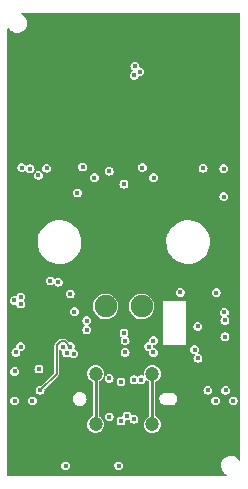
<source format=gbr>
%TF.GenerationSoftware,KiCad,Pcbnew,(6.0.4-0)*%
%TF.CreationDate,2022-12-11T03:25:17+01:00*%
%TF.ProjectId,Gigaset-Debug-Adapter,47696761-7365-4742-9d44-656275672d41,rev?*%
%TF.SameCoordinates,Original*%
%TF.FileFunction,Copper,L2,Inr*%
%TF.FilePolarity,Positive*%
%FSLAX46Y46*%
G04 Gerber Fmt 4.6, Leading zero omitted, Abs format (unit mm)*
G04 Created by KiCad (PCBNEW (6.0.4-0)) date 2022-12-11 03:25:17*
%MOMM*%
%LPD*%
G01*
G04 APERTURE LIST*
%TA.AperFunction,ComponentPad*%
%ADD10C,1.900000*%
%TD*%
%TA.AperFunction,ComponentPad*%
%ADD11C,1.200000*%
%TD*%
%TA.AperFunction,ViaPad*%
%ADD12C,0.450000*%
%TD*%
%TA.AperFunction,Conductor*%
%ADD13C,0.127000*%
%TD*%
%TA.AperFunction,Conductor*%
%ADD14C,0.254000*%
%TD*%
G04 APERTURE END LIST*
D10*
%TO.N,/DECT_TX*%
%TO.C,TP2*%
X82542000Y-67599508D03*
%TD*%
%TO.N,/DECT_RX*%
%TO.C,TP1*%
X79494000Y-67599508D03*
%TD*%
D11*
%TO.N,Net-(C1-Pad2)*%
%TO.C,J1*%
X78650000Y-77589660D03*
X83450000Y-77589660D03*
X83450000Y-73289660D03*
X78650000Y-73289660D03*
%TD*%
D12*
%TO.N,GND*%
X86050000Y-57250000D03*
X79790000Y-46600000D03*
X77450000Y-76550000D03*
X87980000Y-67170000D03*
X71500000Y-81100000D03*
X89570000Y-71200001D03*
X78842000Y-71000000D03*
X76150000Y-67400000D03*
X84200000Y-76040000D03*
X87310000Y-66430000D03*
X90300000Y-73100000D03*
X72450000Y-74700000D03*
X74100000Y-69150000D03*
X84200000Y-74890000D03*
X75600000Y-76100000D03*
X76850000Y-70350000D03*
X77450000Y-71650000D03*
X77900000Y-76000000D03*
X80320000Y-46600000D03*
X86900000Y-76000000D03*
X85750000Y-71300000D03*
X77900000Y-74850000D03*
X85100000Y-81100000D03*
X76050000Y-57200000D03*
X84650000Y-74340000D03*
X74100000Y-65550000D03*
X84650000Y-76540000D03*
X77100000Y-66700000D03*
X77450000Y-74350000D03*
%TO.N,VBUS*%
X83142000Y-71000000D03*
X75500000Y-65550000D03*
X82500000Y-73800000D03*
X87030000Y-71270000D03*
X71800000Y-75600000D03*
X79800000Y-76950000D03*
X76500000Y-71000000D03*
X87310000Y-71990000D03*
X77550000Y-55800000D03*
X87300000Y-69300000D03*
X73950000Y-74700000D03*
X81900000Y-73800000D03*
%TO.N,Net-(J1-PadA5)*%
X89650000Y-74700000D03*
X79800000Y-73700000D03*
%TO.N,/3V_EN*%
X82600000Y-55850000D03*
X89550000Y-68100000D03*
X77100000Y-58000000D03*
%TO.N,Net-(J1-PadB5)*%
X88150000Y-74700000D03*
X81900000Y-77150000D03*
%TO.N,Net-(C10-Pad2)*%
X88860000Y-66440000D03*
X85810000Y-66420000D03*
X82370000Y-47740000D03*
X81910000Y-48050000D03*
%TO.N,+3V0*%
X81980000Y-47280000D03*
X90300000Y-75600000D03*
%TO.N,+3V3*%
X88800000Y-75600000D03*
X73300000Y-75600000D03*
X76500000Y-66550000D03*
X76800000Y-71600000D03*
X73800000Y-56500000D03*
%TO.N,+1V8*%
X79800000Y-56150000D03*
X76850000Y-68050000D03*
X74500000Y-55900000D03*
X89500000Y-58300000D03*
X72300000Y-66800000D03*
X81050000Y-57250000D03*
X76200000Y-71550000D03*
%TO.N,Net-(U1-Pad14)*%
X80600000Y-81100000D03*
X71750000Y-67100000D03*
%TO.N,Net-(U1-Pad13)*%
X76100000Y-81100000D03*
X72300000Y-67400000D03*
%TO.N,Net-(U1-Pad19)*%
X83550000Y-56700000D03*
X72300000Y-71000000D03*
%TO.N,Net-(U1-Pad23)*%
X78550000Y-56700000D03*
X89500000Y-55950000D03*
X75900000Y-71000000D03*
%TO.N,Net-(R2-Pad1)*%
X74800000Y-65450000D03*
X71800000Y-73100000D03*
%TO.N,/D+*%
X81300000Y-76879660D03*
X80800000Y-73989660D03*
X83542000Y-71500000D03*
X81142000Y-71500000D03*
X77900000Y-69600000D03*
%TO.N,/D-*%
X77900000Y-68800000D03*
X83542000Y-70500000D03*
X80800000Y-77300000D03*
X81142000Y-70500000D03*
%TO.N,Net-(Q3-Pad1)*%
X72400000Y-55850000D03*
X87750000Y-55900000D03*
%TO.N,Net-(Q3-Pad3)*%
X71900000Y-71500000D03*
X73100000Y-55950000D03*
%TO.N,/DECT_TX*%
X73850000Y-72900000D03*
X81050000Y-69850000D03*
%TO.N,Net-(R17-Pad2)*%
X89600000Y-70160000D03*
X89600000Y-68780000D03*
%TD*%
D13*
%TO.N,VBUS*%
X76500000Y-71000000D02*
X76050000Y-70550000D01*
X75700000Y-70550000D02*
X75350000Y-70900000D01*
X75350000Y-70900000D02*
X75350000Y-73300000D01*
X76050000Y-70550000D02*
X75700000Y-70550000D01*
X75350000Y-73300000D02*
X73950000Y-74700000D01*
D14*
%TO.N,Net-(C1-Pad2)*%
X78650000Y-73289660D02*
X78650000Y-77650000D01*
X83450000Y-77589660D02*
X83450000Y-73300000D01*
%TD*%
%TA.AperFunction,Conductor*%
%TO.N,GND*%
G36*
X90881194Y-42768806D02*
G01*
X90899500Y-42813000D01*
X90899500Y-80588591D01*
X90881194Y-80632785D01*
X90837000Y-80651091D01*
X90792806Y-80632785D01*
X90789263Y-80628932D01*
X90732164Y-80561364D01*
X90676106Y-80495029D01*
X90597044Y-80434581D01*
X90535442Y-80387483D01*
X90532758Y-80385431D01*
X90369220Y-80309172D01*
X90365920Y-80308434D01*
X90365919Y-80308434D01*
X90195626Y-80270369D01*
X90195627Y-80270369D01*
X90193121Y-80269809D01*
X90189782Y-80269622D01*
X90188458Y-80269548D01*
X90188447Y-80269548D01*
X90187594Y-80269500D01*
X90054923Y-80269500D01*
X89954129Y-80280450D01*
X89923979Y-80283725D01*
X89923978Y-80283725D01*
X89920611Y-80284091D01*
X89917406Y-80285170D01*
X89917404Y-80285170D01*
X89841834Y-80310602D01*
X89749591Y-80341645D01*
X89594920Y-80434581D01*
X89463813Y-80558563D01*
X89362388Y-80707805D01*
X89295377Y-80875345D01*
X89265906Y-81053367D01*
X89266083Y-81056748D01*
X89266083Y-81056752D01*
X89268604Y-81104855D01*
X89275349Y-81233564D01*
X89323268Y-81407530D01*
X89324846Y-81410523D01*
X89324848Y-81410528D01*
X89361038Y-81479168D01*
X89407424Y-81567148D01*
X89523894Y-81704971D01*
X89526582Y-81707026D01*
X89526583Y-81707027D01*
X89605238Y-81767163D01*
X89667242Y-81814569D01*
X89690440Y-81825387D01*
X89701097Y-81830356D01*
X89733414Y-81865624D01*
X89731327Y-81913414D01*
X89696059Y-81945731D01*
X89674683Y-81949500D01*
X71243000Y-81949500D01*
X71198806Y-81931194D01*
X71180500Y-81887000D01*
X71180500Y-81100000D01*
X75720832Y-81100000D01*
X75739390Y-81217169D01*
X75741624Y-81221553D01*
X75741624Y-81221554D01*
X75749404Y-81236823D01*
X75793247Y-81322869D01*
X75877131Y-81406753D01*
X75884540Y-81410528D01*
X75978446Y-81458376D01*
X75978447Y-81458376D01*
X75982831Y-81460610D01*
X75987688Y-81461379D01*
X75987690Y-81461380D01*
X76095145Y-81478399D01*
X76100000Y-81479168D01*
X76104855Y-81478399D01*
X76212310Y-81461380D01*
X76212312Y-81461379D01*
X76217169Y-81460610D01*
X76221553Y-81458376D01*
X76221554Y-81458376D01*
X76315460Y-81410528D01*
X76322869Y-81406753D01*
X76406753Y-81322869D01*
X76450596Y-81236823D01*
X76458376Y-81221554D01*
X76458376Y-81221553D01*
X76460610Y-81217169D01*
X76479168Y-81100000D01*
X80220832Y-81100000D01*
X80239390Y-81217169D01*
X80241624Y-81221553D01*
X80241624Y-81221554D01*
X80249404Y-81236823D01*
X80293247Y-81322869D01*
X80377131Y-81406753D01*
X80384540Y-81410528D01*
X80478446Y-81458376D01*
X80478447Y-81458376D01*
X80482831Y-81460610D01*
X80487688Y-81461379D01*
X80487690Y-81461380D01*
X80595145Y-81478399D01*
X80600000Y-81479168D01*
X80604855Y-81478399D01*
X80712310Y-81461380D01*
X80712312Y-81461379D01*
X80717169Y-81460610D01*
X80721553Y-81458376D01*
X80721554Y-81458376D01*
X80815460Y-81410528D01*
X80822869Y-81406753D01*
X80906753Y-81322869D01*
X80950596Y-81236823D01*
X80958376Y-81221554D01*
X80958376Y-81221553D01*
X80960610Y-81217169D01*
X80979168Y-81100000D01*
X80960610Y-80982831D01*
X80906753Y-80877131D01*
X80822869Y-80793247D01*
X80771754Y-80767203D01*
X80721554Y-80741624D01*
X80721553Y-80741624D01*
X80717169Y-80739390D01*
X80712312Y-80738621D01*
X80712310Y-80738620D01*
X80604855Y-80721601D01*
X80600000Y-80720832D01*
X80595145Y-80721601D01*
X80487690Y-80738620D01*
X80487688Y-80738621D01*
X80482831Y-80739390D01*
X80478447Y-80741624D01*
X80478446Y-80741624D01*
X80428246Y-80767203D01*
X80377131Y-80793247D01*
X80293247Y-80877131D01*
X80239390Y-80982831D01*
X80220832Y-81100000D01*
X76479168Y-81100000D01*
X76460610Y-80982831D01*
X76406753Y-80877131D01*
X76322869Y-80793247D01*
X76271754Y-80767203D01*
X76221554Y-80741624D01*
X76221553Y-80741624D01*
X76217169Y-80739390D01*
X76212312Y-80738621D01*
X76212310Y-80738620D01*
X76104855Y-80721601D01*
X76100000Y-80720832D01*
X76095145Y-80721601D01*
X75987690Y-80738620D01*
X75987688Y-80738621D01*
X75982831Y-80739390D01*
X75978447Y-80741624D01*
X75978446Y-80741624D01*
X75928246Y-80767203D01*
X75877131Y-80793247D01*
X75793247Y-80877131D01*
X75739390Y-80982831D01*
X75720832Y-81100000D01*
X71180500Y-81100000D01*
X71180500Y-77579438D01*
X77917968Y-77579438D01*
X77918309Y-77582915D01*
X77927747Y-77679168D01*
X77933895Y-77741873D01*
X77934997Y-77745185D01*
X77934997Y-77745186D01*
X77944913Y-77774993D01*
X77985413Y-77896742D01*
X77987223Y-77899731D01*
X77987225Y-77899735D01*
X78003866Y-77927212D01*
X78069962Y-78036349D01*
X78183340Y-78153755D01*
X78319911Y-78243125D01*
X78472888Y-78300016D01*
X78476343Y-78300477D01*
X78476347Y-78300478D01*
X78566518Y-78312509D01*
X78634668Y-78321602D01*
X78638141Y-78321286D01*
X78638144Y-78321286D01*
X78715939Y-78314206D01*
X78797210Y-78306810D01*
X78952435Y-78256374D01*
X79022532Y-78214588D01*
X79089627Y-78174592D01*
X79089630Y-78174590D01*
X79092629Y-78172802D01*
X79155552Y-78112881D01*
X79208294Y-78062656D01*
X79208297Y-78062653D01*
X79210823Y-78060247D01*
X79301144Y-77924303D01*
X79359103Y-77771727D01*
X79381818Y-77610102D01*
X79382103Y-77589660D01*
X79381884Y-77587707D01*
X79364300Y-77430937D01*
X79364299Y-77430933D01*
X79363910Y-77427464D01*
X79310234Y-77273329D01*
X79223744Y-77134916D01*
X79108739Y-77019104D01*
X79064476Y-76991014D01*
X78999849Y-76950000D01*
X79420832Y-76950000D01*
X79421601Y-76954855D01*
X79431481Y-77017232D01*
X79439390Y-77067169D01*
X79493247Y-77172869D01*
X79577131Y-77256753D01*
X79598070Y-77267422D01*
X79678446Y-77308376D01*
X79678447Y-77308376D01*
X79682831Y-77310610D01*
X79687688Y-77311379D01*
X79687690Y-77311380D01*
X79795145Y-77328399D01*
X79800000Y-77329168D01*
X79804855Y-77328399D01*
X79912310Y-77311380D01*
X79912312Y-77311379D01*
X79917169Y-77310610D01*
X79921553Y-77308376D01*
X79921554Y-77308376D01*
X79937993Y-77300000D01*
X80420832Y-77300000D01*
X80439390Y-77417169D01*
X80441624Y-77421553D01*
X80441624Y-77421554D01*
X80446405Y-77430937D01*
X80493247Y-77522869D01*
X80577131Y-77606753D01*
X80628246Y-77632797D01*
X80678446Y-77658376D01*
X80678447Y-77658376D01*
X80682831Y-77660610D01*
X80687688Y-77661379D01*
X80687690Y-77661380D01*
X80795145Y-77678399D01*
X80800000Y-77679168D01*
X80804855Y-77678399D01*
X80912310Y-77661380D01*
X80912312Y-77661379D01*
X80917169Y-77660610D01*
X80921553Y-77658376D01*
X80921554Y-77658376D01*
X80971754Y-77632797D01*
X81022869Y-77606753D01*
X81106753Y-77522869D01*
X81153595Y-77430937D01*
X81158376Y-77421554D01*
X81158376Y-77421553D01*
X81160610Y-77417169D01*
X81178709Y-77302897D01*
X81203703Y-77262110D01*
X81250217Y-77250944D01*
X81295139Y-77258059D01*
X81295145Y-77258059D01*
X81300000Y-77258828D01*
X81304855Y-77258059D01*
X81412310Y-77241040D01*
X81412312Y-77241039D01*
X81417169Y-77240270D01*
X81421553Y-77238036D01*
X81421554Y-77238036D01*
X81450024Y-77223530D01*
X81497712Y-77219777D01*
X81534086Y-77250844D01*
X81537839Y-77259905D01*
X81538620Y-77262310D01*
X81539390Y-77267169D01*
X81593247Y-77372869D01*
X81677131Y-77456753D01*
X81728246Y-77482797D01*
X81778446Y-77508376D01*
X81778447Y-77508376D01*
X81782831Y-77510610D01*
X81787688Y-77511379D01*
X81787690Y-77511380D01*
X81895145Y-77528399D01*
X81900000Y-77529168D01*
X81904855Y-77528399D01*
X82012310Y-77511380D01*
X82012312Y-77511379D01*
X82017169Y-77510610D01*
X82021553Y-77508376D01*
X82021554Y-77508376D01*
X82071754Y-77482797D01*
X82122869Y-77456753D01*
X82206753Y-77372869D01*
X82243882Y-77300000D01*
X82258376Y-77271554D01*
X82258377Y-77271551D01*
X82260610Y-77267169D01*
X82261412Y-77262110D01*
X82278399Y-77154855D01*
X82279168Y-77150000D01*
X82260610Y-77032831D01*
X82254881Y-77021586D01*
X82218405Y-76950000D01*
X82206753Y-76927131D01*
X82122869Y-76843247D01*
X82050023Y-76806130D01*
X82021554Y-76791624D01*
X82021553Y-76791624D01*
X82017169Y-76789390D01*
X82012312Y-76788621D01*
X82012310Y-76788620D01*
X81904855Y-76771601D01*
X81900000Y-76770832D01*
X81895145Y-76771601D01*
X81787690Y-76788620D01*
X81787688Y-76788621D01*
X81782831Y-76789390D01*
X81778447Y-76791624D01*
X81778446Y-76791624D01*
X81749976Y-76806130D01*
X81702288Y-76809883D01*
X81665914Y-76778816D01*
X81662161Y-76769755D01*
X81661380Y-76767350D01*
X81660610Y-76762491D01*
X81606753Y-76656791D01*
X81522869Y-76572907D01*
X81471754Y-76546863D01*
X81421554Y-76521284D01*
X81421553Y-76521284D01*
X81417169Y-76519050D01*
X81412312Y-76518281D01*
X81412310Y-76518280D01*
X81304855Y-76501261D01*
X81300000Y-76500492D01*
X81295145Y-76501261D01*
X81187690Y-76518280D01*
X81187688Y-76518281D01*
X81182831Y-76519050D01*
X81178447Y-76521284D01*
X81178446Y-76521284D01*
X81128246Y-76546863D01*
X81077131Y-76572907D01*
X80993247Y-76656791D01*
X80991014Y-76661174D01*
X80955174Y-76731514D01*
X80939390Y-76762491D01*
X80938621Y-76767348D01*
X80938620Y-76767350D01*
X80921291Y-76876763D01*
X80896297Y-76917550D01*
X80849783Y-76928716D01*
X80804861Y-76921601D01*
X80804855Y-76921601D01*
X80800000Y-76920832D01*
X80787676Y-76922784D01*
X80687690Y-76938620D01*
X80687688Y-76938621D01*
X80682831Y-76939390D01*
X80678447Y-76941624D01*
X80678446Y-76941624D01*
X80652479Y-76954855D01*
X80577131Y-76993247D01*
X80493247Y-77077131D01*
X80491014Y-77081514D01*
X80453645Y-77154855D01*
X80439390Y-77182831D01*
X80438621Y-77187688D01*
X80438620Y-77187690D01*
X80426032Y-77267169D01*
X80420832Y-77300000D01*
X79937993Y-77300000D01*
X80001930Y-77267422D01*
X80022869Y-77256753D01*
X80106753Y-77172869D01*
X80160610Y-77067169D01*
X80168520Y-77017232D01*
X80178399Y-76954855D01*
X80179168Y-76950000D01*
X80160610Y-76832831D01*
X80148918Y-76809883D01*
X80122537Y-76758109D01*
X80106753Y-76727131D01*
X80022869Y-76643247D01*
X79971754Y-76617203D01*
X79921554Y-76591624D01*
X79921553Y-76591624D01*
X79917169Y-76589390D01*
X79912312Y-76588621D01*
X79912310Y-76588620D01*
X79804855Y-76571601D01*
X79800000Y-76570832D01*
X79795145Y-76571601D01*
X79687690Y-76588620D01*
X79687688Y-76588621D01*
X79682831Y-76589390D01*
X79678447Y-76591624D01*
X79678446Y-76591624D01*
X79628246Y-76617203D01*
X79577131Y-76643247D01*
X79493247Y-76727131D01*
X79477463Y-76758109D01*
X79451083Y-76809883D01*
X79439390Y-76832831D01*
X79420832Y-76950000D01*
X78999849Y-76950000D01*
X78973879Y-76933519D01*
X78973875Y-76933517D01*
X78970933Y-76931650D01*
X78946035Y-76922784D01*
X78910542Y-76890714D01*
X78904500Y-76863905D01*
X78904500Y-74017358D01*
X78922806Y-73973164D01*
X78945964Y-73958973D01*
X78945930Y-73958897D01*
X78946537Y-73958621D01*
X78947687Y-73957917D01*
X78949109Y-73957455D01*
X78949111Y-73957454D01*
X78952435Y-73956374D01*
X79085052Y-73877319D01*
X79089627Y-73874592D01*
X79089630Y-73874590D01*
X79092629Y-73872802D01*
X79163980Y-73804855D01*
X79208294Y-73762656D01*
X79208297Y-73762653D01*
X79210823Y-73760247D01*
X79301144Y-73624303D01*
X79312216Y-73595156D01*
X79345023Y-73560342D01*
X79392837Y-73558923D01*
X79427651Y-73591730D01*
X79432374Y-73627127D01*
X79431716Y-73631284D01*
X79420832Y-73700000D01*
X79421601Y-73704855D01*
X79437440Y-73804855D01*
X79439390Y-73817169D01*
X79441624Y-73821553D01*
X79441624Y-73821554D01*
X79459005Y-73855666D01*
X79493247Y-73922869D01*
X79577131Y-74006753D01*
X79615586Y-74026347D01*
X79678446Y-74058376D01*
X79678447Y-74058376D01*
X79682831Y-74060610D01*
X79687688Y-74061379D01*
X79687690Y-74061380D01*
X79795145Y-74078399D01*
X79800000Y-74079168D01*
X79804855Y-74078399D01*
X79912310Y-74061380D01*
X79912312Y-74061379D01*
X79917169Y-74060610D01*
X79921553Y-74058376D01*
X79921554Y-74058376D01*
X79984414Y-74026347D01*
X80022869Y-74006753D01*
X80039962Y-73989660D01*
X80420832Y-73989660D01*
X80421601Y-73994515D01*
X80432070Y-74060610D01*
X80439390Y-74106829D01*
X80493247Y-74212529D01*
X80577131Y-74296413D01*
X80625056Y-74320832D01*
X80678446Y-74348036D01*
X80678447Y-74348036D01*
X80682831Y-74350270D01*
X80687688Y-74351039D01*
X80687690Y-74351040D01*
X80795145Y-74368059D01*
X80800000Y-74368828D01*
X80804855Y-74368059D01*
X80912310Y-74351040D01*
X80912312Y-74351039D01*
X80917169Y-74350270D01*
X80921553Y-74348036D01*
X80921554Y-74348036D01*
X80974944Y-74320832D01*
X81022869Y-74296413D01*
X81106753Y-74212529D01*
X81160610Y-74106829D01*
X81167931Y-74060610D01*
X81178399Y-73994515D01*
X81179168Y-73989660D01*
X81173852Y-73956095D01*
X81161380Y-73877350D01*
X81161379Y-73877348D01*
X81160610Y-73872491D01*
X81142289Y-73836533D01*
X81123674Y-73800000D01*
X81520832Y-73800000D01*
X81521601Y-73804855D01*
X81538620Y-73912305D01*
X81539390Y-73917169D01*
X81541624Y-73921553D01*
X81541624Y-73921554D01*
X81560690Y-73958973D01*
X81593247Y-74022869D01*
X81677131Y-74106753D01*
X81728246Y-74132797D01*
X81778446Y-74158376D01*
X81778447Y-74158376D01*
X81782831Y-74160610D01*
X81787688Y-74161379D01*
X81787690Y-74161380D01*
X81895145Y-74178399D01*
X81900000Y-74179168D01*
X81904855Y-74178399D01*
X82012310Y-74161380D01*
X82012312Y-74161379D01*
X82017169Y-74160610D01*
X82021553Y-74158376D01*
X82021554Y-74158376D01*
X82071754Y-74132797D01*
X82122869Y-74106753D01*
X82155806Y-74073816D01*
X82200000Y-74055510D01*
X82244194Y-74073816D01*
X82277131Y-74106753D01*
X82328246Y-74132797D01*
X82378446Y-74158376D01*
X82378447Y-74158376D01*
X82382831Y-74160610D01*
X82387688Y-74161379D01*
X82387690Y-74161380D01*
X82495145Y-74178399D01*
X82500000Y-74179168D01*
X82504855Y-74178399D01*
X82612310Y-74161380D01*
X82612312Y-74161379D01*
X82617169Y-74160610D01*
X82621553Y-74158376D01*
X82621554Y-74158376D01*
X82671754Y-74132797D01*
X82722869Y-74106753D01*
X82806753Y-74022869D01*
X82839310Y-73958973D01*
X82858376Y-73921554D01*
X82858376Y-73921553D01*
X82860610Y-73917169D01*
X82861380Y-73912309D01*
X82861381Y-73912305D01*
X82866923Y-73877319D01*
X82891917Y-73836533D01*
X82938431Y-73825367D01*
X82973612Y-73843682D01*
X82983340Y-73853755D01*
X82986259Y-73855665D01*
X82986260Y-73855666D01*
X83008762Y-73870391D01*
X83119911Y-73943125D01*
X83123182Y-73944341D01*
X83123181Y-73944341D01*
X83154786Y-73956095D01*
X83189827Y-73988658D01*
X83195500Y-74014675D01*
X83195500Y-76863010D01*
X83177194Y-76907204D01*
X83153141Y-76922176D01*
X83138286Y-76927233D01*
X83135316Y-76929060D01*
X83135312Y-76929062D01*
X83093387Y-76954855D01*
X82999272Y-77012755D01*
X82996780Y-77015196D01*
X82996778Y-77015197D01*
X82990254Y-77021586D01*
X82882661Y-77126949D01*
X82880771Y-77129882D01*
X82880770Y-77129883D01*
X82797671Y-77258828D01*
X82794247Y-77264141D01*
X82738424Y-77417512D01*
X82717968Y-77579438D01*
X82718309Y-77582915D01*
X82727747Y-77679168D01*
X82733895Y-77741873D01*
X82734997Y-77745185D01*
X82734997Y-77745186D01*
X82744913Y-77774993D01*
X82785413Y-77896742D01*
X82787223Y-77899731D01*
X82787225Y-77899735D01*
X82803866Y-77927212D01*
X82869962Y-78036349D01*
X82983340Y-78153755D01*
X83119911Y-78243125D01*
X83272888Y-78300016D01*
X83276343Y-78300477D01*
X83276347Y-78300478D01*
X83366518Y-78312509D01*
X83434668Y-78321602D01*
X83438141Y-78321286D01*
X83438144Y-78321286D01*
X83515939Y-78314206D01*
X83597210Y-78306810D01*
X83752435Y-78256374D01*
X83822532Y-78214588D01*
X83889627Y-78174592D01*
X83889630Y-78174590D01*
X83892629Y-78172802D01*
X83955552Y-78112881D01*
X84008294Y-78062656D01*
X84008297Y-78062653D01*
X84010823Y-78060247D01*
X84101144Y-77924303D01*
X84159103Y-77771727D01*
X84181818Y-77610102D01*
X84182103Y-77589660D01*
X84181884Y-77587707D01*
X84164300Y-77430937D01*
X84164299Y-77430933D01*
X84163910Y-77427464D01*
X84110234Y-77273329D01*
X84023744Y-77134916D01*
X83908739Y-77019104D01*
X83864476Y-76991014D01*
X83773879Y-76933519D01*
X83773875Y-76933517D01*
X83770933Y-76931650D01*
X83746035Y-76922784D01*
X83710542Y-76890714D01*
X83704500Y-76863905D01*
X83704500Y-75474171D01*
X84041466Y-75474171D01*
X84042309Y-75478350D01*
X84065859Y-75595145D01*
X84070953Y-75620411D01*
X84138681Y-75753335D01*
X84239660Y-75863149D01*
X84243281Y-75865394D01*
X84243282Y-75865395D01*
X84362825Y-75939515D01*
X84362828Y-75939517D01*
X84366450Y-75941762D01*
X84370546Y-75942952D01*
X84506563Y-75982469D01*
X84506566Y-75982469D01*
X84509710Y-75983383D01*
X84512976Y-75983623D01*
X84512977Y-75983623D01*
X84519143Y-75984076D01*
X84519151Y-75984076D01*
X84520291Y-75984160D01*
X85047369Y-75984160D01*
X85157803Y-75969032D01*
X85226013Y-75939515D01*
X85290806Y-75911477D01*
X85290809Y-75911475D01*
X85294717Y-75909784D01*
X85357401Y-75859024D01*
X85407347Y-75818579D01*
X85407348Y-75818578D01*
X85410655Y-75815900D01*
X85452890Y-75756470D01*
X85494606Y-75697769D01*
X85494606Y-75697768D01*
X85497074Y-75694296D01*
X85531023Y-75600000D01*
X88420832Y-75600000D01*
X88439390Y-75717169D01*
X88441624Y-75721553D01*
X88441624Y-75721554D01*
X88459415Y-75756470D01*
X88493247Y-75822869D01*
X88577131Y-75906753D01*
X88628246Y-75932797D01*
X88678446Y-75958376D01*
X88678447Y-75958376D01*
X88682831Y-75960610D01*
X88687688Y-75961379D01*
X88687690Y-75961380D01*
X88795145Y-75978399D01*
X88800000Y-75979168D01*
X88804855Y-75978399D01*
X88912310Y-75961380D01*
X88912312Y-75961379D01*
X88917169Y-75960610D01*
X88921553Y-75958376D01*
X88921554Y-75958376D01*
X88971754Y-75932797D01*
X89022869Y-75906753D01*
X89106753Y-75822869D01*
X89140585Y-75756470D01*
X89158376Y-75721554D01*
X89158376Y-75721553D01*
X89160610Y-75717169D01*
X89179168Y-75600000D01*
X89920832Y-75600000D01*
X89939390Y-75717169D01*
X89941624Y-75721553D01*
X89941624Y-75721554D01*
X89959415Y-75756470D01*
X89993247Y-75822869D01*
X90077131Y-75906753D01*
X90128246Y-75932797D01*
X90178446Y-75958376D01*
X90178447Y-75958376D01*
X90182831Y-75960610D01*
X90187688Y-75961379D01*
X90187690Y-75961380D01*
X90295145Y-75978399D01*
X90300000Y-75979168D01*
X90304855Y-75978399D01*
X90412310Y-75961380D01*
X90412312Y-75961379D01*
X90417169Y-75960610D01*
X90421553Y-75958376D01*
X90421554Y-75958376D01*
X90471754Y-75932797D01*
X90522869Y-75906753D01*
X90606753Y-75822869D01*
X90640585Y-75756470D01*
X90658376Y-75721554D01*
X90658376Y-75721553D01*
X90660610Y-75717169D01*
X90679168Y-75600000D01*
X90672506Y-75557939D01*
X90661380Y-75487690D01*
X90661379Y-75487688D01*
X90660610Y-75482831D01*
X90656198Y-75474171D01*
X90621029Y-75405149D01*
X90606753Y-75377131D01*
X90522869Y-75293247D01*
X90448029Y-75255114D01*
X90421554Y-75241624D01*
X90421553Y-75241624D01*
X90417169Y-75239390D01*
X90412312Y-75238621D01*
X90412310Y-75238620D01*
X90304855Y-75221601D01*
X90300000Y-75220832D01*
X90295145Y-75221601D01*
X90187690Y-75238620D01*
X90187688Y-75238621D01*
X90182831Y-75239390D01*
X90178447Y-75241624D01*
X90178446Y-75241624D01*
X90151971Y-75255114D01*
X90077131Y-75293247D01*
X89993247Y-75377131D01*
X89978971Y-75405149D01*
X89943803Y-75474171D01*
X89939390Y-75482831D01*
X89938621Y-75487688D01*
X89938620Y-75487690D01*
X89927494Y-75557939D01*
X89920832Y-75600000D01*
X89179168Y-75600000D01*
X89172506Y-75557939D01*
X89161380Y-75487690D01*
X89161379Y-75487688D01*
X89160610Y-75482831D01*
X89156198Y-75474171D01*
X89121029Y-75405149D01*
X89106753Y-75377131D01*
X89022869Y-75293247D01*
X88948029Y-75255114D01*
X88921554Y-75241624D01*
X88921553Y-75241624D01*
X88917169Y-75239390D01*
X88912312Y-75238621D01*
X88912310Y-75238620D01*
X88804855Y-75221601D01*
X88800000Y-75220832D01*
X88795145Y-75221601D01*
X88687690Y-75238620D01*
X88687688Y-75238621D01*
X88682831Y-75239390D01*
X88678447Y-75241624D01*
X88678446Y-75241624D01*
X88651971Y-75255114D01*
X88577131Y-75293247D01*
X88493247Y-75377131D01*
X88478971Y-75405149D01*
X88443803Y-75474171D01*
X88439390Y-75482831D01*
X88438621Y-75487688D01*
X88438620Y-75487690D01*
X88427494Y-75557939D01*
X88420832Y-75600000D01*
X85531023Y-75600000D01*
X85547609Y-75553932D01*
X85553778Y-75469919D01*
X85558222Y-75409401D01*
X85558222Y-75409399D01*
X85558534Y-75405149D01*
X85542451Y-75325388D01*
X85529889Y-75263083D01*
X85529888Y-75263080D01*
X85529047Y-75258909D01*
X85461319Y-75125985D01*
X85401204Y-75060610D01*
X85363224Y-75019307D01*
X85363223Y-75019306D01*
X85360340Y-75016171D01*
X85348752Y-75008986D01*
X85237175Y-74939805D01*
X85237172Y-74939803D01*
X85233550Y-74937558D01*
X85228752Y-74936164D01*
X85093437Y-74896851D01*
X85093434Y-74896851D01*
X85090290Y-74895937D01*
X85087024Y-74895697D01*
X85087023Y-74895697D01*
X85080857Y-74895244D01*
X85080849Y-74895244D01*
X85079709Y-74895160D01*
X84552631Y-74895160D01*
X84442197Y-74910288D01*
X84398725Y-74929100D01*
X84309194Y-74967843D01*
X84309191Y-74967845D01*
X84305283Y-74969536D01*
X84256566Y-75008986D01*
X84239521Y-75022789D01*
X84189345Y-75063420D01*
X84186882Y-75066886D01*
X84186880Y-75066888D01*
X84142185Y-75129781D01*
X84102926Y-75185024D01*
X84052391Y-75325388D01*
X84052079Y-75329635D01*
X84052079Y-75329636D01*
X84044299Y-75435596D01*
X84041466Y-75474171D01*
X83704500Y-75474171D01*
X83704500Y-74700000D01*
X87770832Y-74700000D01*
X87789390Y-74817169D01*
X87843247Y-74922869D01*
X87927131Y-75006753D01*
X87964980Y-75026038D01*
X88028446Y-75058376D01*
X88028447Y-75058376D01*
X88032831Y-75060610D01*
X88037688Y-75061379D01*
X88037690Y-75061380D01*
X88145145Y-75078399D01*
X88150000Y-75079168D01*
X88154855Y-75078399D01*
X88262310Y-75061380D01*
X88262312Y-75061379D01*
X88267169Y-75060610D01*
X88271553Y-75058376D01*
X88271554Y-75058376D01*
X88335020Y-75026038D01*
X88372869Y-75006753D01*
X88456753Y-74922869D01*
X88510610Y-74817169D01*
X88529168Y-74700000D01*
X89270832Y-74700000D01*
X89289390Y-74817169D01*
X89343247Y-74922869D01*
X89427131Y-75006753D01*
X89464980Y-75026038D01*
X89528446Y-75058376D01*
X89528447Y-75058376D01*
X89532831Y-75060610D01*
X89537688Y-75061379D01*
X89537690Y-75061380D01*
X89645145Y-75078399D01*
X89650000Y-75079168D01*
X89654855Y-75078399D01*
X89762310Y-75061380D01*
X89762312Y-75061379D01*
X89767169Y-75060610D01*
X89771553Y-75058376D01*
X89771554Y-75058376D01*
X89835020Y-75026038D01*
X89872869Y-75006753D01*
X89956753Y-74922869D01*
X90010610Y-74817169D01*
X90029168Y-74700000D01*
X90010610Y-74582831D01*
X89956753Y-74477131D01*
X89872869Y-74393247D01*
X89821754Y-74367203D01*
X89771554Y-74341624D01*
X89771553Y-74341624D01*
X89767169Y-74339390D01*
X89762312Y-74338621D01*
X89762310Y-74338620D01*
X89663063Y-74322901D01*
X89650000Y-74320832D01*
X89636937Y-74322901D01*
X89537690Y-74338620D01*
X89537688Y-74338621D01*
X89532831Y-74339390D01*
X89528447Y-74341624D01*
X89528446Y-74341624D01*
X89478246Y-74367203D01*
X89427131Y-74393247D01*
X89343247Y-74477131D01*
X89289390Y-74582831D01*
X89270832Y-74700000D01*
X88529168Y-74700000D01*
X88510610Y-74582831D01*
X88456753Y-74477131D01*
X88372869Y-74393247D01*
X88321754Y-74367203D01*
X88271554Y-74341624D01*
X88271553Y-74341624D01*
X88267169Y-74339390D01*
X88262312Y-74338621D01*
X88262310Y-74338620D01*
X88163063Y-74322901D01*
X88150000Y-74320832D01*
X88136937Y-74322901D01*
X88037690Y-74338620D01*
X88037688Y-74338621D01*
X88032831Y-74339390D01*
X88028447Y-74341624D01*
X88028446Y-74341624D01*
X87978246Y-74367203D01*
X87927131Y-74393247D01*
X87843247Y-74477131D01*
X87789390Y-74582831D01*
X87770832Y-74700000D01*
X83704500Y-74700000D01*
X83704500Y-74017358D01*
X83722806Y-73973164D01*
X83745964Y-73958973D01*
X83745930Y-73958897D01*
X83746537Y-73958621D01*
X83747687Y-73957917D01*
X83749109Y-73957455D01*
X83749111Y-73957454D01*
X83752435Y-73956374D01*
X83885052Y-73877319D01*
X83889627Y-73874592D01*
X83889630Y-73874590D01*
X83892629Y-73872802D01*
X83963980Y-73804855D01*
X84008294Y-73762656D01*
X84008297Y-73762653D01*
X84010823Y-73760247D01*
X84101144Y-73624303D01*
X84159103Y-73471727D01*
X84181818Y-73310102D01*
X84182103Y-73289660D01*
X84181598Y-73285155D01*
X84164300Y-73130937D01*
X84164299Y-73130933D01*
X84163910Y-73127464D01*
X84110234Y-72973329D01*
X84023744Y-72834916D01*
X83908739Y-72719104D01*
X83883287Y-72702952D01*
X83773879Y-72633519D01*
X83773875Y-72633517D01*
X83770933Y-72631650D01*
X83617176Y-72576900D01*
X83540720Y-72567783D01*
X83458578Y-72557988D01*
X83458574Y-72557988D01*
X83455111Y-72557575D01*
X83362278Y-72567332D01*
X83296262Y-72574270D01*
X83296259Y-72574271D01*
X83292792Y-72574635D01*
X83289491Y-72575759D01*
X83289490Y-72575759D01*
X83282693Y-72578073D01*
X83138286Y-72627233D01*
X82999272Y-72712755D01*
X82996780Y-72715196D01*
X82996778Y-72715197D01*
X82972073Y-72739390D01*
X82882661Y-72826949D01*
X82880771Y-72829882D01*
X82880770Y-72829883D01*
X82875616Y-72837880D01*
X82794247Y-72964141D01*
X82738424Y-73117512D01*
X82737308Y-73126347D01*
X82720347Y-73260610D01*
X82717968Y-73279438D01*
X82722806Y-73328775D01*
X82728637Y-73388248D01*
X82714731Y-73434018D01*
X82672534Y-73456549D01*
X82638061Y-73450035D01*
X82621554Y-73441624D01*
X82621553Y-73441624D01*
X82617169Y-73439390D01*
X82612312Y-73438621D01*
X82612310Y-73438620D01*
X82504855Y-73421601D01*
X82500000Y-73420832D01*
X82495145Y-73421601D01*
X82387690Y-73438620D01*
X82387688Y-73438621D01*
X82382831Y-73439390D01*
X82378447Y-73441624D01*
X82378446Y-73441624D01*
X82340910Y-73460750D01*
X82277131Y-73493247D01*
X82244194Y-73526184D01*
X82200000Y-73544490D01*
X82155806Y-73526184D01*
X82122869Y-73493247D01*
X82059090Y-73460750D01*
X82021554Y-73441624D01*
X82021553Y-73441624D01*
X82017169Y-73439390D01*
X82012312Y-73438621D01*
X82012310Y-73438620D01*
X81904855Y-73421601D01*
X81900000Y-73420832D01*
X81895145Y-73421601D01*
X81787690Y-73438620D01*
X81787688Y-73438621D01*
X81782831Y-73439390D01*
X81778447Y-73441624D01*
X81778446Y-73441624D01*
X81740910Y-73460750D01*
X81677131Y-73493247D01*
X81593247Y-73577131D01*
X81539390Y-73682831D01*
X81538621Y-73687688D01*
X81538620Y-73687690D01*
X81527589Y-73757339D01*
X81520832Y-73800000D01*
X81123674Y-73800000D01*
X81108986Y-73771174D01*
X81106753Y-73766791D01*
X81022869Y-73682907D01*
X80971754Y-73656863D01*
X80921554Y-73631284D01*
X80921553Y-73631284D01*
X80917169Y-73629050D01*
X80912312Y-73628281D01*
X80912310Y-73628280D01*
X80804855Y-73611261D01*
X80800000Y-73610492D01*
X80795145Y-73611261D01*
X80687690Y-73628280D01*
X80687688Y-73628281D01*
X80682831Y-73629050D01*
X80678447Y-73631284D01*
X80678446Y-73631284D01*
X80628246Y-73656863D01*
X80577131Y-73682907D01*
X80493247Y-73766791D01*
X80491014Y-73771174D01*
X80457712Y-73836533D01*
X80439390Y-73872491D01*
X80438621Y-73877348D01*
X80438620Y-73877350D01*
X80426148Y-73956095D01*
X80420832Y-73989660D01*
X80039962Y-73989660D01*
X80106753Y-73922869D01*
X80140995Y-73855666D01*
X80158376Y-73821554D01*
X80158376Y-73821553D01*
X80160610Y-73817169D01*
X80162561Y-73804855D01*
X80178399Y-73704855D01*
X80179168Y-73700000D01*
X80175754Y-73678446D01*
X80161380Y-73587690D01*
X80161379Y-73587688D01*
X80160610Y-73582831D01*
X80106753Y-73477131D01*
X80022869Y-73393247D01*
X79953216Y-73357757D01*
X79921554Y-73341624D01*
X79921553Y-73341624D01*
X79917169Y-73339390D01*
X79912312Y-73338621D01*
X79912310Y-73338620D01*
X79804855Y-73321601D01*
X79800000Y-73320832D01*
X79795145Y-73321601D01*
X79687690Y-73338620D01*
X79687688Y-73338621D01*
X79682831Y-73339390D01*
X79678447Y-73341624D01*
X79678446Y-73341624D01*
X79646784Y-73357757D01*
X79577131Y-73393247D01*
X79493247Y-73477131D01*
X79480865Y-73501432D01*
X79476248Y-73510494D01*
X79439873Y-73541560D01*
X79392185Y-73537807D01*
X79361119Y-73501432D01*
X79360191Y-73471880D01*
X79359103Y-73471727D01*
X79381545Y-73312045D01*
X79381545Y-73312044D01*
X79381818Y-73310102D01*
X79382103Y-73289660D01*
X79381598Y-73285155D01*
X79364300Y-73130937D01*
X79364299Y-73130933D01*
X79363910Y-73127464D01*
X79310234Y-72973329D01*
X79223744Y-72834916D01*
X79108739Y-72719104D01*
X79083287Y-72702952D01*
X78973879Y-72633519D01*
X78973875Y-72633517D01*
X78970933Y-72631650D01*
X78817176Y-72576900D01*
X78740720Y-72567783D01*
X78658578Y-72557988D01*
X78658574Y-72557988D01*
X78655111Y-72557575D01*
X78562278Y-72567332D01*
X78496262Y-72574270D01*
X78496259Y-72574271D01*
X78492792Y-72574635D01*
X78489491Y-72575759D01*
X78489490Y-72575759D01*
X78482693Y-72578073D01*
X78338286Y-72627233D01*
X78199272Y-72712755D01*
X78196780Y-72715196D01*
X78196778Y-72715197D01*
X78172073Y-72739390D01*
X78082661Y-72826949D01*
X78080771Y-72829882D01*
X78080770Y-72829883D01*
X78075616Y-72837880D01*
X77994247Y-72964141D01*
X77938424Y-73117512D01*
X77937308Y-73126347D01*
X77920347Y-73260610D01*
X77917968Y-73279438D01*
X77918309Y-73282915D01*
X77933125Y-73434018D01*
X77933895Y-73441873D01*
X77934997Y-73445185D01*
X77934997Y-73445186D01*
X77983746Y-73591730D01*
X77985413Y-73596742D01*
X77987223Y-73599731D01*
X77987225Y-73599735D01*
X78003866Y-73627212D01*
X78069962Y-73736349D01*
X78183340Y-73853755D01*
X78186259Y-73855665D01*
X78186260Y-73855666D01*
X78208762Y-73870391D01*
X78319911Y-73943125D01*
X78323182Y-73944341D01*
X78323181Y-73944341D01*
X78354786Y-73956095D01*
X78389827Y-73988658D01*
X78395500Y-74014675D01*
X78395500Y-76863010D01*
X78377194Y-76907204D01*
X78353141Y-76922176D01*
X78338286Y-76927233D01*
X78335316Y-76929060D01*
X78335312Y-76929062D01*
X78293387Y-76954855D01*
X78199272Y-77012755D01*
X78196780Y-77015196D01*
X78196778Y-77015197D01*
X78190254Y-77021586D01*
X78082661Y-77126949D01*
X78080771Y-77129882D01*
X78080770Y-77129883D01*
X77997671Y-77258828D01*
X77994247Y-77264141D01*
X77938424Y-77417512D01*
X77917968Y-77579438D01*
X71180500Y-77579438D01*
X71180500Y-75600000D01*
X71420832Y-75600000D01*
X71439390Y-75717169D01*
X71441624Y-75721553D01*
X71441624Y-75721554D01*
X71459415Y-75756470D01*
X71493247Y-75822869D01*
X71577131Y-75906753D01*
X71628246Y-75932797D01*
X71678446Y-75958376D01*
X71678447Y-75958376D01*
X71682831Y-75960610D01*
X71687688Y-75961379D01*
X71687690Y-75961380D01*
X71795145Y-75978399D01*
X71800000Y-75979168D01*
X71804855Y-75978399D01*
X71912310Y-75961380D01*
X71912312Y-75961379D01*
X71917169Y-75960610D01*
X71921553Y-75958376D01*
X71921554Y-75958376D01*
X71971754Y-75932797D01*
X72022869Y-75906753D01*
X72106753Y-75822869D01*
X72140585Y-75756470D01*
X72158376Y-75721554D01*
X72158376Y-75721553D01*
X72160610Y-75717169D01*
X72179168Y-75600000D01*
X72920832Y-75600000D01*
X72939390Y-75717169D01*
X72941624Y-75721553D01*
X72941624Y-75721554D01*
X72959415Y-75756470D01*
X72993247Y-75822869D01*
X73077131Y-75906753D01*
X73128246Y-75932797D01*
X73178446Y-75958376D01*
X73178447Y-75958376D01*
X73182831Y-75960610D01*
X73187688Y-75961379D01*
X73187690Y-75961380D01*
X73295145Y-75978399D01*
X73300000Y-75979168D01*
X73304855Y-75978399D01*
X73412310Y-75961380D01*
X73412312Y-75961379D01*
X73417169Y-75960610D01*
X73421553Y-75958376D01*
X73421554Y-75958376D01*
X73471754Y-75932797D01*
X73522869Y-75906753D01*
X73606753Y-75822869D01*
X73640585Y-75756470D01*
X73658376Y-75721554D01*
X73658376Y-75721553D01*
X73660610Y-75717169D01*
X73679168Y-75600000D01*
X73672506Y-75557939D01*
X73661380Y-75487690D01*
X73661379Y-75487688D01*
X73660610Y-75482831D01*
X73656198Y-75474171D01*
X73638613Y-75439660D01*
X76710456Y-75439660D01*
X76710991Y-75443724D01*
X76726028Y-75557939D01*
X76730544Y-75592245D01*
X76732112Y-75596030D01*
X76732112Y-75596031D01*
X76780277Y-75712310D01*
X76789440Y-75734432D01*
X76883129Y-75856531D01*
X77005228Y-75950220D01*
X77009012Y-75951787D01*
X77009013Y-75951788D01*
X77143629Y-76007548D01*
X77143630Y-76007548D01*
X77147415Y-76009116D01*
X77151477Y-76009651D01*
X77151478Y-76009651D01*
X77259656Y-76023893D01*
X77259662Y-76023893D01*
X77261687Y-76024160D01*
X77338313Y-76024160D01*
X77340338Y-76023893D01*
X77340344Y-76023893D01*
X77448522Y-76009651D01*
X77448523Y-76009651D01*
X77452585Y-76009116D01*
X77456370Y-76007548D01*
X77456371Y-76007548D01*
X77590987Y-75951788D01*
X77590988Y-75951787D01*
X77594772Y-75950220D01*
X77716871Y-75856531D01*
X77810560Y-75734432D01*
X77819723Y-75712310D01*
X77867888Y-75596031D01*
X77867888Y-75596030D01*
X77869456Y-75592245D01*
X77873973Y-75557939D01*
X77889009Y-75443724D01*
X77889544Y-75439660D01*
X77874500Y-75325388D01*
X77869991Y-75291138D01*
X77869991Y-75291137D01*
X77869456Y-75287075D01*
X77825747Y-75181551D01*
X77812128Y-75148673D01*
X77812127Y-75148672D01*
X77810560Y-75144888D01*
X77716871Y-75022789D01*
X77594772Y-74929100D01*
X77588126Y-74926347D01*
X77456371Y-74871772D01*
X77456370Y-74871772D01*
X77452585Y-74870204D01*
X77448523Y-74869669D01*
X77448522Y-74869669D01*
X77340344Y-74855427D01*
X77340338Y-74855427D01*
X77338313Y-74855160D01*
X77261687Y-74855160D01*
X77259662Y-74855427D01*
X77259656Y-74855427D01*
X77151478Y-74869669D01*
X77151477Y-74869669D01*
X77147415Y-74870204D01*
X77143630Y-74871772D01*
X77143629Y-74871772D01*
X77011874Y-74926347D01*
X77005228Y-74929100D01*
X76883129Y-75022789D01*
X76789440Y-75144888D01*
X76787873Y-75148672D01*
X76787872Y-75148673D01*
X76774254Y-75181551D01*
X76730544Y-75287075D01*
X76730009Y-75291137D01*
X76730009Y-75291138D01*
X76725500Y-75325388D01*
X76710456Y-75439660D01*
X73638613Y-75439660D01*
X73621029Y-75405149D01*
X73606753Y-75377131D01*
X73522869Y-75293247D01*
X73448029Y-75255114D01*
X73421554Y-75241624D01*
X73421553Y-75241624D01*
X73417169Y-75239390D01*
X73412312Y-75238621D01*
X73412310Y-75238620D01*
X73304855Y-75221601D01*
X73300000Y-75220832D01*
X73295145Y-75221601D01*
X73187690Y-75238620D01*
X73187688Y-75238621D01*
X73182831Y-75239390D01*
X73178447Y-75241624D01*
X73178446Y-75241624D01*
X73151971Y-75255114D01*
X73077131Y-75293247D01*
X72993247Y-75377131D01*
X72978971Y-75405149D01*
X72943803Y-75474171D01*
X72939390Y-75482831D01*
X72938621Y-75487688D01*
X72938620Y-75487690D01*
X72927494Y-75557939D01*
X72920832Y-75600000D01*
X72179168Y-75600000D01*
X72172506Y-75557939D01*
X72161380Y-75487690D01*
X72161379Y-75487688D01*
X72160610Y-75482831D01*
X72156198Y-75474171D01*
X72121029Y-75405149D01*
X72106753Y-75377131D01*
X72022869Y-75293247D01*
X71948029Y-75255114D01*
X71921554Y-75241624D01*
X71921553Y-75241624D01*
X71917169Y-75239390D01*
X71912312Y-75238621D01*
X71912310Y-75238620D01*
X71804855Y-75221601D01*
X71800000Y-75220832D01*
X71795145Y-75221601D01*
X71687690Y-75238620D01*
X71687688Y-75238621D01*
X71682831Y-75239390D01*
X71678447Y-75241624D01*
X71678446Y-75241624D01*
X71651971Y-75255114D01*
X71577131Y-75293247D01*
X71493247Y-75377131D01*
X71478971Y-75405149D01*
X71443803Y-75474171D01*
X71439390Y-75482831D01*
X71438621Y-75487688D01*
X71438620Y-75487690D01*
X71427494Y-75557939D01*
X71420832Y-75600000D01*
X71180500Y-75600000D01*
X71180500Y-74700000D01*
X73570832Y-74700000D01*
X73589390Y-74817169D01*
X73643247Y-74922869D01*
X73727131Y-75006753D01*
X73764980Y-75026038D01*
X73828446Y-75058376D01*
X73828447Y-75058376D01*
X73832831Y-75060610D01*
X73837688Y-75061379D01*
X73837690Y-75061380D01*
X73945145Y-75078399D01*
X73950000Y-75079168D01*
X73954855Y-75078399D01*
X74062310Y-75061380D01*
X74062312Y-75061379D01*
X74067169Y-75060610D01*
X74071553Y-75058376D01*
X74071554Y-75058376D01*
X74135020Y-75026038D01*
X74172869Y-75006753D01*
X74256753Y-74922869D01*
X74310610Y-74817169D01*
X74329168Y-74700000D01*
X74319238Y-74637309D01*
X74330405Y-74590797D01*
X74336775Y-74583340D01*
X75454487Y-73465628D01*
X75460561Y-73461323D01*
X75460105Y-73460750D01*
X75465613Y-73456369D01*
X75471958Y-73453322D01*
X75490418Y-73430239D01*
X75495035Y-73425080D01*
X75500284Y-73419831D01*
X75504057Y-73413828D01*
X75508165Y-73408047D01*
X75511982Y-73403275D01*
X75526383Y-73385267D01*
X75527960Y-73378407D01*
X75529778Y-73374647D01*
X75531156Y-73370711D01*
X75534902Y-73364752D01*
X75538179Y-73335763D01*
X75539371Y-73328787D01*
X75541000Y-73321703D01*
X75541000Y-73314329D01*
X75541396Y-73307308D01*
X75544691Y-73278162D01*
X75542370Y-73271517D01*
X75541586Y-73264523D01*
X75542264Y-73264447D01*
X75541000Y-73256995D01*
X75541000Y-71321510D01*
X75559306Y-71277316D01*
X75603500Y-71259010D01*
X75647694Y-71277316D01*
X75677131Y-71306753D01*
X75706093Y-71321510D01*
X75778446Y-71358376D01*
X75778447Y-71358376D01*
X75782831Y-71360610D01*
X75787690Y-71361380D01*
X75792369Y-71362900D01*
X75791972Y-71364121D01*
X75828220Y-71386335D01*
X75839387Y-71432847D01*
X75830701Y-71487690D01*
X75820832Y-71550000D01*
X75821601Y-71554855D01*
X75833722Y-71631380D01*
X75839390Y-71667169D01*
X75893247Y-71772869D01*
X75977131Y-71856753D01*
X75984701Y-71860610D01*
X76078446Y-71908376D01*
X76078447Y-71908376D01*
X76082831Y-71910610D01*
X76087688Y-71911379D01*
X76087690Y-71911380D01*
X76195145Y-71928399D01*
X76200000Y-71929168D01*
X76204855Y-71928399D01*
X76312310Y-71911380D01*
X76312312Y-71911379D01*
X76317169Y-71910610D01*
X76321553Y-71908376D01*
X76321554Y-71908376D01*
X76415299Y-71860610D01*
X76422869Y-71856753D01*
X76430806Y-71848816D01*
X76475000Y-71830510D01*
X76519194Y-71848816D01*
X76577131Y-71906753D01*
X76584701Y-71910610D01*
X76678446Y-71958376D01*
X76678447Y-71958376D01*
X76682831Y-71960610D01*
X76687688Y-71961379D01*
X76687690Y-71961380D01*
X76795145Y-71978399D01*
X76800000Y-71979168D01*
X76804855Y-71978399D01*
X76912310Y-71961380D01*
X76912312Y-71961379D01*
X76917169Y-71960610D01*
X76921553Y-71958376D01*
X76921554Y-71958376D01*
X77015299Y-71910610D01*
X77022869Y-71906753D01*
X77106753Y-71822869D01*
X77160610Y-71717169D01*
X77166337Y-71681014D01*
X77178399Y-71604855D01*
X77179168Y-71600000D01*
X77165171Y-71511625D01*
X77163330Y-71500000D01*
X80762832Y-71500000D01*
X80763601Y-71504855D01*
X80779440Y-71604855D01*
X80781390Y-71617169D01*
X80783624Y-71621553D01*
X80783624Y-71621554D01*
X80788631Y-71631380D01*
X80835247Y-71722869D01*
X80919131Y-71806753D01*
X80957586Y-71826347D01*
X81020446Y-71858376D01*
X81020447Y-71858376D01*
X81024831Y-71860610D01*
X81029688Y-71861379D01*
X81029690Y-71861380D01*
X81137145Y-71878399D01*
X81142000Y-71879168D01*
X81146855Y-71878399D01*
X81254310Y-71861380D01*
X81254312Y-71861379D01*
X81259169Y-71860610D01*
X81263553Y-71858376D01*
X81263554Y-71858376D01*
X81326414Y-71826347D01*
X81364869Y-71806753D01*
X81448753Y-71722869D01*
X81495369Y-71631380D01*
X81500376Y-71621554D01*
X81500376Y-71621553D01*
X81502610Y-71617169D01*
X81504561Y-71604855D01*
X81520399Y-71504855D01*
X81521168Y-71500000D01*
X81517754Y-71478446D01*
X81503380Y-71387690D01*
X81503379Y-71387688D01*
X81502610Y-71382831D01*
X81498909Y-71375566D01*
X81462074Y-71303275D01*
X81448753Y-71277131D01*
X81364869Y-71193247D01*
X81295085Y-71157690D01*
X81263554Y-71141624D01*
X81263553Y-71141624D01*
X81259169Y-71139390D01*
X81254312Y-71138621D01*
X81254310Y-71138620D01*
X81146855Y-71121601D01*
X81142000Y-71120832D01*
X81137145Y-71121601D01*
X81029690Y-71138620D01*
X81029688Y-71138621D01*
X81024831Y-71139390D01*
X81020447Y-71141624D01*
X81020446Y-71141624D01*
X80988915Y-71157690D01*
X80919131Y-71193247D01*
X80835247Y-71277131D01*
X80821926Y-71303275D01*
X80785092Y-71375566D01*
X80781390Y-71382831D01*
X80780621Y-71387688D01*
X80780620Y-71387690D01*
X80766246Y-71478446D01*
X80762832Y-71500000D01*
X77163330Y-71500000D01*
X77161380Y-71487690D01*
X77161379Y-71487688D01*
X77160610Y-71482831D01*
X77106753Y-71377131D01*
X77022869Y-71293247D01*
X76955675Y-71259010D01*
X76921554Y-71241624D01*
X76921553Y-71241624D01*
X76917169Y-71239390D01*
X76912309Y-71238620D01*
X76912305Y-71238619D01*
X76892173Y-71235430D01*
X76851387Y-71210436D01*
X76840221Y-71163922D01*
X76846262Y-71145329D01*
X76860610Y-71117169D01*
X76863419Y-71099439D01*
X76878399Y-71004855D01*
X76879168Y-71000000D01*
X82762832Y-71000000D01*
X82763601Y-71004855D01*
X82778582Y-71099439D01*
X82781390Y-71117169D01*
X82783623Y-71121551D01*
X82783624Y-71121554D01*
X82805212Y-71163922D01*
X82835247Y-71222869D01*
X82919131Y-71306753D01*
X82948093Y-71321510D01*
X83020446Y-71358376D01*
X83020447Y-71358376D01*
X83024831Y-71360610D01*
X83029688Y-71361379D01*
X83029690Y-71361380D01*
X83071961Y-71368075D01*
X83119262Y-71375567D01*
X83160047Y-71400560D01*
X83171214Y-71447075D01*
X83163601Y-71495140D01*
X83163601Y-71495145D01*
X83162832Y-71500000D01*
X83163601Y-71504855D01*
X83179440Y-71604855D01*
X83181390Y-71617169D01*
X83183624Y-71621553D01*
X83183624Y-71621554D01*
X83188631Y-71631380D01*
X83235247Y-71722869D01*
X83319131Y-71806753D01*
X83357586Y-71826347D01*
X83420446Y-71858376D01*
X83420447Y-71858376D01*
X83424831Y-71860610D01*
X83429688Y-71861379D01*
X83429690Y-71861380D01*
X83537145Y-71878399D01*
X83542000Y-71879168D01*
X83546855Y-71878399D01*
X83654310Y-71861380D01*
X83654312Y-71861379D01*
X83659169Y-71860610D01*
X83663553Y-71858376D01*
X83663554Y-71858376D01*
X83726414Y-71826347D01*
X83764869Y-71806753D01*
X83848753Y-71722869D01*
X83895369Y-71631380D01*
X83900376Y-71621554D01*
X83900376Y-71621553D01*
X83902610Y-71617169D01*
X83904561Y-71604855D01*
X83920399Y-71504855D01*
X83921168Y-71500000D01*
X83917754Y-71478446D01*
X83903380Y-71387690D01*
X83903379Y-71387688D01*
X83902610Y-71382831D01*
X83898909Y-71375566D01*
X83862074Y-71303275D01*
X83848753Y-71277131D01*
X83841622Y-71270000D01*
X86650832Y-71270000D01*
X86651601Y-71274855D01*
X86668123Y-71379168D01*
X86669390Y-71387169D01*
X86671624Y-71391553D01*
X86671624Y-71391554D01*
X86692656Y-71432831D01*
X86723247Y-71492869D01*
X86807131Y-71576753D01*
X86838146Y-71592556D01*
X86908446Y-71628376D01*
X86908447Y-71628376D01*
X86912831Y-71630610D01*
X86917688Y-71631379D01*
X86917690Y-71631380D01*
X86965011Y-71638875D01*
X86987586Y-71642450D01*
X87028373Y-71667444D01*
X87039540Y-71713958D01*
X87022003Y-71748375D01*
X87003247Y-71767131D01*
X86998551Y-71776347D01*
X86955225Y-71861380D01*
X86949390Y-71872831D01*
X86948621Y-71877688D01*
X86948620Y-71877690D01*
X86943406Y-71910610D01*
X86930832Y-71990000D01*
X86949390Y-72107169D01*
X87003247Y-72212869D01*
X87087131Y-72296753D01*
X87138246Y-72322797D01*
X87188446Y-72348376D01*
X87188447Y-72348376D01*
X87192831Y-72350610D01*
X87197688Y-72351379D01*
X87197690Y-72351380D01*
X87305145Y-72368399D01*
X87310000Y-72369168D01*
X87314855Y-72368399D01*
X87422310Y-72351380D01*
X87422312Y-72351379D01*
X87427169Y-72350610D01*
X87431553Y-72348376D01*
X87431554Y-72348376D01*
X87481754Y-72322797D01*
X87532869Y-72296753D01*
X87616753Y-72212869D01*
X87670610Y-72107169D01*
X87689168Y-71990000D01*
X87676594Y-71910610D01*
X87671380Y-71877690D01*
X87671379Y-71877688D01*
X87670610Y-71872831D01*
X87664776Y-71861380D01*
X87621449Y-71776347D01*
X87616753Y-71767131D01*
X87532869Y-71683247D01*
X87481754Y-71657203D01*
X87431554Y-71631624D01*
X87431553Y-71631624D01*
X87427169Y-71629390D01*
X87422312Y-71628621D01*
X87422310Y-71628620D01*
X87374989Y-71621125D01*
X87352414Y-71617550D01*
X87311627Y-71592556D01*
X87300460Y-71546042D01*
X87317997Y-71511625D01*
X87336753Y-71492869D01*
X87367344Y-71432831D01*
X87388376Y-71391554D01*
X87388376Y-71391553D01*
X87390610Y-71387169D01*
X87391878Y-71379168D01*
X87408399Y-71274855D01*
X87409168Y-71270000D01*
X87397562Y-71196725D01*
X87391380Y-71157690D01*
X87391379Y-71157688D01*
X87390610Y-71152831D01*
X87386786Y-71145325D01*
X87338986Y-71051514D01*
X87336753Y-71047131D01*
X87252869Y-70963247D01*
X87198517Y-70935553D01*
X87151554Y-70911624D01*
X87151553Y-70911624D01*
X87147169Y-70909390D01*
X87142312Y-70908621D01*
X87142310Y-70908620D01*
X87034855Y-70891601D01*
X87030000Y-70890832D01*
X87025145Y-70891601D01*
X86917690Y-70908620D01*
X86917688Y-70908621D01*
X86912831Y-70909390D01*
X86908447Y-70911624D01*
X86908446Y-70911624D01*
X86861483Y-70935553D01*
X86807131Y-70963247D01*
X86723247Y-71047131D01*
X86721014Y-71051514D01*
X86673215Y-71145325D01*
X86669390Y-71152831D01*
X86668621Y-71157688D01*
X86668620Y-71157690D01*
X86662438Y-71196725D01*
X86650832Y-71270000D01*
X83841622Y-71270000D01*
X83764869Y-71193247D01*
X83695085Y-71157690D01*
X83663554Y-71141624D01*
X83663553Y-71141624D01*
X83659169Y-71139390D01*
X83654312Y-71138621D01*
X83654310Y-71138620D01*
X83612039Y-71131925D01*
X83564738Y-71124433D01*
X83523953Y-71099440D01*
X83512786Y-71052925D01*
X83520399Y-71004860D01*
X83520399Y-71004855D01*
X83521168Y-71000000D01*
X83520399Y-70995145D01*
X83520399Y-70995140D01*
X83512786Y-70947075D01*
X83523952Y-70900561D01*
X83564738Y-70875567D01*
X83613995Y-70867765D01*
X83654310Y-70861380D01*
X83654312Y-70861379D01*
X83659169Y-70860610D01*
X83663553Y-70858376D01*
X83663554Y-70858376D01*
X83679993Y-70850000D01*
X84370000Y-70850000D01*
X86270000Y-70850000D01*
X86270000Y-70160000D01*
X89220832Y-70160000D01*
X89221601Y-70164855D01*
X89236822Y-70260953D01*
X89239390Y-70277169D01*
X89293247Y-70382869D01*
X89377131Y-70466753D01*
X89428246Y-70492797D01*
X89478446Y-70518376D01*
X89478447Y-70518376D01*
X89482831Y-70520610D01*
X89487688Y-70521379D01*
X89487690Y-70521380D01*
X89595145Y-70538399D01*
X89600000Y-70539168D01*
X89604855Y-70538399D01*
X89712310Y-70521380D01*
X89712312Y-70521379D01*
X89717169Y-70520610D01*
X89721553Y-70518376D01*
X89721554Y-70518376D01*
X89771754Y-70492797D01*
X89822869Y-70466753D01*
X89906753Y-70382869D01*
X89960610Y-70277169D01*
X89963179Y-70260953D01*
X89978399Y-70164855D01*
X89979168Y-70160000D01*
X89977099Y-70146937D01*
X89961380Y-70047690D01*
X89961379Y-70047688D01*
X89960610Y-70042831D01*
X89906753Y-69937131D01*
X89822869Y-69853247D01*
X89754647Y-69818486D01*
X89721554Y-69801624D01*
X89721553Y-69801624D01*
X89717169Y-69799390D01*
X89712312Y-69798621D01*
X89712310Y-69798620D01*
X89604855Y-69781601D01*
X89600000Y-69780832D01*
X89595145Y-69781601D01*
X89487690Y-69798620D01*
X89487688Y-69798621D01*
X89482831Y-69799390D01*
X89478447Y-69801624D01*
X89478446Y-69801624D01*
X89445353Y-69818486D01*
X89377131Y-69853247D01*
X89293247Y-69937131D01*
X89239390Y-70042831D01*
X89238621Y-70047688D01*
X89238620Y-70047690D01*
X89222901Y-70146937D01*
X89220832Y-70160000D01*
X86270000Y-70160000D01*
X86270000Y-69300000D01*
X86920832Y-69300000D01*
X86921601Y-69304855D01*
X86933743Y-69381514D01*
X86939390Y-69417169D01*
X86993247Y-69522869D01*
X87077131Y-69606753D01*
X87110299Y-69623653D01*
X87178446Y-69658376D01*
X87178447Y-69658376D01*
X87182831Y-69660610D01*
X87187688Y-69661379D01*
X87187690Y-69661380D01*
X87295145Y-69678399D01*
X87300000Y-69679168D01*
X87304855Y-69678399D01*
X87412310Y-69661380D01*
X87412312Y-69661379D01*
X87417169Y-69660610D01*
X87421553Y-69658376D01*
X87421554Y-69658376D01*
X87489701Y-69623653D01*
X87522869Y-69606753D01*
X87606753Y-69522869D01*
X87660610Y-69417169D01*
X87666258Y-69381514D01*
X87678399Y-69304855D01*
X87679168Y-69300000D01*
X87666629Y-69220832D01*
X87661380Y-69187690D01*
X87661379Y-69187688D01*
X87660610Y-69182831D01*
X87606753Y-69077131D01*
X87522869Y-68993247D01*
X87471754Y-68967203D01*
X87421554Y-68941624D01*
X87421553Y-68941624D01*
X87417169Y-68939390D01*
X87412312Y-68938621D01*
X87412310Y-68938620D01*
X87304855Y-68921601D01*
X87300000Y-68920832D01*
X87295145Y-68921601D01*
X87187690Y-68938620D01*
X87187688Y-68938621D01*
X87182831Y-68939390D01*
X87178447Y-68941624D01*
X87178446Y-68941624D01*
X87128246Y-68967203D01*
X87077131Y-68993247D01*
X86993247Y-69077131D01*
X86939390Y-69182831D01*
X86938621Y-69187688D01*
X86938620Y-69187690D01*
X86933371Y-69220832D01*
X86920832Y-69300000D01*
X86270000Y-69300000D01*
X86270000Y-68100000D01*
X89170832Y-68100000D01*
X89171601Y-68104855D01*
X89188243Y-68209925D01*
X89189390Y-68217169D01*
X89243247Y-68322869D01*
X89327131Y-68406753D01*
X89331513Y-68408986D01*
X89335494Y-68411878D01*
X89333792Y-68414221D01*
X89358708Y-68443349D01*
X89354991Y-68491040D01*
X89343476Y-68506902D01*
X89293247Y-68557131D01*
X89267203Y-68608246D01*
X89256801Y-68628661D01*
X89239390Y-68662831D01*
X89238621Y-68667688D01*
X89238620Y-68667690D01*
X89222901Y-68766937D01*
X89220832Y-68780000D01*
X89239390Y-68897169D01*
X89241624Y-68901553D01*
X89241624Y-68901554D01*
X89251447Y-68920832D01*
X89293247Y-69002869D01*
X89377131Y-69086753D01*
X89409557Y-69103275D01*
X89478446Y-69138376D01*
X89478447Y-69138376D01*
X89482831Y-69140610D01*
X89487688Y-69141379D01*
X89487690Y-69141380D01*
X89595145Y-69158399D01*
X89600000Y-69159168D01*
X89604855Y-69158399D01*
X89712310Y-69141380D01*
X89712312Y-69141379D01*
X89717169Y-69140610D01*
X89721553Y-69138376D01*
X89721554Y-69138376D01*
X89790443Y-69103275D01*
X89822869Y-69086753D01*
X89906753Y-69002869D01*
X89948553Y-68920832D01*
X89958376Y-68901554D01*
X89958376Y-68901553D01*
X89960610Y-68897169D01*
X89979168Y-68780000D01*
X89977099Y-68766937D01*
X89961380Y-68667690D01*
X89961379Y-68667688D01*
X89960610Y-68662831D01*
X89943200Y-68628661D01*
X89932797Y-68608246D01*
X89906753Y-68557131D01*
X89822869Y-68473247D01*
X89818487Y-68471014D01*
X89814506Y-68468122D01*
X89816208Y-68465779D01*
X89791292Y-68436651D01*
X89795009Y-68388960D01*
X89806524Y-68373098D01*
X89856753Y-68322869D01*
X89910610Y-68217169D01*
X89911758Y-68209925D01*
X89928399Y-68104855D01*
X89929168Y-68100000D01*
X89920004Y-68042143D01*
X89911380Y-67987690D01*
X89911379Y-67987688D01*
X89910610Y-67982831D01*
X89856753Y-67877131D01*
X89772869Y-67793247D01*
X89710327Y-67761380D01*
X89671554Y-67741624D01*
X89671553Y-67741624D01*
X89667169Y-67739390D01*
X89662312Y-67738621D01*
X89662310Y-67738620D01*
X89554855Y-67721601D01*
X89550000Y-67720832D01*
X89545145Y-67721601D01*
X89437690Y-67738620D01*
X89437688Y-67738621D01*
X89432831Y-67739390D01*
X89428447Y-67741624D01*
X89428446Y-67741624D01*
X89389673Y-67761380D01*
X89327131Y-67793247D01*
X89243247Y-67877131D01*
X89189390Y-67982831D01*
X89188621Y-67987688D01*
X89188620Y-67987690D01*
X89179996Y-68042143D01*
X89170832Y-68100000D01*
X86270000Y-68100000D01*
X86270000Y-67160000D01*
X84370000Y-67160000D01*
X84370000Y-70850000D01*
X83679993Y-70850000D01*
X83727664Y-70825710D01*
X83764869Y-70806753D01*
X83848753Y-70722869D01*
X83897122Y-70627940D01*
X83900376Y-70621554D01*
X83900376Y-70621553D01*
X83902610Y-70617169D01*
X83905419Y-70599439D01*
X83920399Y-70504855D01*
X83921168Y-70500000D01*
X83911576Y-70439439D01*
X83903380Y-70387690D01*
X83903379Y-70387688D01*
X83902610Y-70382831D01*
X83897840Y-70373468D01*
X83874797Y-70328246D01*
X83848753Y-70277131D01*
X83764869Y-70193247D01*
X83679747Y-70149875D01*
X83663554Y-70141624D01*
X83663553Y-70141624D01*
X83659169Y-70139390D01*
X83654312Y-70138621D01*
X83654310Y-70138620D01*
X83546855Y-70121601D01*
X83542000Y-70120832D01*
X83537145Y-70121601D01*
X83429690Y-70138620D01*
X83429688Y-70138621D01*
X83424831Y-70139390D01*
X83420447Y-70141624D01*
X83420446Y-70141624D01*
X83404253Y-70149875D01*
X83319131Y-70193247D01*
X83235247Y-70277131D01*
X83209203Y-70328246D01*
X83186161Y-70373468D01*
X83181390Y-70382831D01*
X83180621Y-70387688D01*
X83180620Y-70387690D01*
X83172424Y-70439439D01*
X83162832Y-70500000D01*
X83163601Y-70504855D01*
X83163601Y-70504860D01*
X83171214Y-70552925D01*
X83160048Y-70599439D01*
X83119262Y-70624433D01*
X83071961Y-70631925D01*
X83029690Y-70638620D01*
X83029688Y-70638621D01*
X83024831Y-70639390D01*
X83020447Y-70641624D01*
X83020446Y-70641624D01*
X82970246Y-70667203D01*
X82919131Y-70693247D01*
X82835247Y-70777131D01*
X82829108Y-70789179D01*
X82785092Y-70875566D01*
X82781390Y-70882831D01*
X82780621Y-70887688D01*
X82780620Y-70887690D01*
X82769007Y-70961014D01*
X82762832Y-71000000D01*
X76879168Y-71000000D01*
X76872993Y-70961014D01*
X76861380Y-70887690D01*
X76861379Y-70887688D01*
X76860610Y-70882831D01*
X76856909Y-70875566D01*
X76812892Y-70789179D01*
X76806753Y-70777131D01*
X76722869Y-70693247D01*
X76671754Y-70667203D01*
X76621554Y-70641624D01*
X76621553Y-70641624D01*
X76617169Y-70639390D01*
X76612312Y-70638621D01*
X76612310Y-70638620D01*
X76504857Y-70621601D01*
X76504855Y-70621601D01*
X76500000Y-70620832D01*
X76437309Y-70630762D01*
X76390797Y-70619595D01*
X76383340Y-70613225D01*
X76215628Y-70445513D01*
X76211323Y-70439439D01*
X76210750Y-70439895D01*
X76206369Y-70434387D01*
X76203322Y-70428042D01*
X76180239Y-70409582D01*
X76175080Y-70404965D01*
X76169831Y-70399716D01*
X76163828Y-70395943D01*
X76158052Y-70391838D01*
X76135267Y-70373617D01*
X76128407Y-70372040D01*
X76124647Y-70370222D01*
X76120711Y-70368844D01*
X76114752Y-70365098D01*
X76107758Y-70364307D01*
X76107757Y-70364307D01*
X76085764Y-70361821D01*
X76078787Y-70360629D01*
X76071703Y-70359000D01*
X76064329Y-70359000D01*
X76057308Y-70358604D01*
X76055627Y-70358414D01*
X76028162Y-70355309D01*
X76021517Y-70357630D01*
X76014523Y-70358414D01*
X76014447Y-70357736D01*
X76006995Y-70359000D01*
X75743234Y-70359000D01*
X75735893Y-70357747D01*
X75735810Y-70358476D01*
X75728819Y-70357679D01*
X75722178Y-70355347D01*
X75715185Y-70356125D01*
X75715184Y-70356125D01*
X75695216Y-70358347D01*
X75692911Y-70358604D01*
X75692794Y-70358617D01*
X75685881Y-70359000D01*
X75678467Y-70359000D01*
X75671544Y-70360579D01*
X75664591Y-70361755D01*
X75635571Y-70364985D01*
X75629607Y-70368719D01*
X75625670Y-70370090D01*
X75621904Y-70371903D01*
X75615041Y-70373468D01*
X75608794Y-70378446D01*
X75592229Y-70391646D01*
X75586446Y-70395740D01*
X75583290Y-70397716D01*
X75583284Y-70397721D01*
X75580289Y-70399596D01*
X75575076Y-70404809D01*
X75569832Y-70409494D01*
X75546891Y-70427775D01*
X75543833Y-70434114D01*
X75539442Y-70439615D01*
X75538908Y-70439189D01*
X75534532Y-70445353D01*
X75245513Y-70734372D01*
X75239439Y-70738677D01*
X75239895Y-70739250D01*
X75234387Y-70743631D01*
X75228042Y-70746678D01*
X75223646Y-70752175D01*
X75209582Y-70769761D01*
X75204965Y-70774920D01*
X75199716Y-70780169D01*
X75197847Y-70783143D01*
X75195943Y-70786172D01*
X75191838Y-70791948D01*
X75173617Y-70814733D01*
X75172040Y-70821593D01*
X75170222Y-70825353D01*
X75168844Y-70829289D01*
X75165098Y-70835248D01*
X75164307Y-70842242D01*
X75164307Y-70842243D01*
X75161821Y-70864236D01*
X75160629Y-70871213D01*
X75159000Y-70878297D01*
X75159000Y-70885671D01*
X75158604Y-70892692D01*
X75155309Y-70921838D01*
X75157630Y-70928483D01*
X75158414Y-70935477D01*
X75157736Y-70935553D01*
X75159000Y-70943005D01*
X75159000Y-73194997D01*
X75140694Y-73239191D01*
X74066660Y-74313225D01*
X74022466Y-74331531D01*
X74012699Y-74330763D01*
X73950000Y-74320832D01*
X73945145Y-74321601D01*
X73945143Y-74321601D01*
X73837690Y-74338620D01*
X73837688Y-74338621D01*
X73832831Y-74339390D01*
X73828447Y-74341624D01*
X73828446Y-74341624D01*
X73778246Y-74367203D01*
X73727131Y-74393247D01*
X73643247Y-74477131D01*
X73589390Y-74582831D01*
X73570832Y-74700000D01*
X71180500Y-74700000D01*
X71180500Y-73100000D01*
X71420832Y-73100000D01*
X71439390Y-73217169D01*
X71493247Y-73322869D01*
X71577131Y-73406753D01*
X71596961Y-73416857D01*
X71678446Y-73458376D01*
X71678447Y-73458376D01*
X71682831Y-73460610D01*
X71687688Y-73461379D01*
X71687690Y-73461380D01*
X71795145Y-73478399D01*
X71800000Y-73479168D01*
X71804855Y-73478399D01*
X71912310Y-73461380D01*
X71912312Y-73461379D01*
X71917169Y-73460610D01*
X71921553Y-73458376D01*
X71921554Y-73458376D01*
X72003039Y-73416857D01*
X72022869Y-73406753D01*
X72106753Y-73322869D01*
X72160610Y-73217169D01*
X72179168Y-73100000D01*
X72160610Y-72982831D01*
X72155769Y-72973329D01*
X72118405Y-72900000D01*
X73470832Y-72900000D01*
X73489390Y-73017169D01*
X73543247Y-73122869D01*
X73627131Y-73206753D01*
X73654867Y-73220885D01*
X73728446Y-73258376D01*
X73728447Y-73258376D01*
X73732831Y-73260610D01*
X73737688Y-73261379D01*
X73737690Y-73261380D01*
X73829809Y-73275970D01*
X73843649Y-73278162D01*
X73845145Y-73278399D01*
X73850000Y-73279168D01*
X73854855Y-73278399D01*
X73856352Y-73278162D01*
X73870191Y-73275970D01*
X73962310Y-73261380D01*
X73962312Y-73261379D01*
X73967169Y-73260610D01*
X73971553Y-73258376D01*
X73971554Y-73258376D01*
X74045133Y-73220885D01*
X74072869Y-73206753D01*
X74156753Y-73122869D01*
X74210610Y-73017169D01*
X74229168Y-72900000D01*
X74218860Y-72834916D01*
X74211380Y-72787690D01*
X74211379Y-72787688D01*
X74210610Y-72782831D01*
X74156753Y-72677131D01*
X74072869Y-72593247D01*
X74003670Y-72557988D01*
X73971554Y-72541624D01*
X73971553Y-72541624D01*
X73967169Y-72539390D01*
X73962312Y-72538621D01*
X73962310Y-72538620D01*
X73854855Y-72521601D01*
X73850000Y-72520832D01*
X73845145Y-72521601D01*
X73737690Y-72538620D01*
X73737688Y-72538621D01*
X73732831Y-72539390D01*
X73728447Y-72541624D01*
X73728446Y-72541624D01*
X73696330Y-72557988D01*
X73627131Y-72593247D01*
X73543247Y-72677131D01*
X73489390Y-72782831D01*
X73488621Y-72787688D01*
X73488620Y-72787690D01*
X73481140Y-72834916D01*
X73470832Y-72900000D01*
X72118405Y-72900000D01*
X72106753Y-72877131D01*
X72022869Y-72793247D01*
X71971754Y-72767203D01*
X71921554Y-72741624D01*
X71921553Y-72741624D01*
X71917169Y-72739390D01*
X71912312Y-72738621D01*
X71912310Y-72738620D01*
X71804855Y-72721601D01*
X71800000Y-72720832D01*
X71795145Y-72721601D01*
X71687690Y-72738620D01*
X71687688Y-72738621D01*
X71682831Y-72739390D01*
X71678447Y-72741624D01*
X71678446Y-72741624D01*
X71628246Y-72767203D01*
X71577131Y-72793247D01*
X71493247Y-72877131D01*
X71481595Y-72900000D01*
X71444232Y-72973329D01*
X71439390Y-72982831D01*
X71420832Y-73100000D01*
X71180500Y-73100000D01*
X71180500Y-71500000D01*
X71520832Y-71500000D01*
X71521601Y-71504855D01*
X71537440Y-71604855D01*
X71539390Y-71617169D01*
X71541624Y-71621553D01*
X71541624Y-71621554D01*
X71546631Y-71631380D01*
X71593247Y-71722869D01*
X71677131Y-71806753D01*
X71715586Y-71826347D01*
X71778446Y-71858376D01*
X71778447Y-71858376D01*
X71782831Y-71860610D01*
X71787688Y-71861379D01*
X71787690Y-71861380D01*
X71895145Y-71878399D01*
X71900000Y-71879168D01*
X71904855Y-71878399D01*
X72012310Y-71861380D01*
X72012312Y-71861379D01*
X72017169Y-71860610D01*
X72021553Y-71858376D01*
X72021554Y-71858376D01*
X72084414Y-71826347D01*
X72122869Y-71806753D01*
X72206753Y-71722869D01*
X72253369Y-71631380D01*
X72258376Y-71621554D01*
X72258376Y-71621553D01*
X72260610Y-71617169D01*
X72262561Y-71604855D01*
X72278399Y-71504855D01*
X72279168Y-71500000D01*
X72278399Y-71495145D01*
X72278399Y-71495140D01*
X72270786Y-71447075D01*
X72281952Y-71400561D01*
X72322738Y-71375567D01*
X72370039Y-71368075D01*
X72412310Y-71361380D01*
X72412312Y-71361379D01*
X72417169Y-71360610D01*
X72421553Y-71358376D01*
X72421554Y-71358376D01*
X72493907Y-71321510D01*
X72522869Y-71306753D01*
X72606753Y-71222869D01*
X72636788Y-71163922D01*
X72658376Y-71121554D01*
X72658377Y-71121551D01*
X72660610Y-71117169D01*
X72663419Y-71099439D01*
X72678399Y-71004855D01*
X72679168Y-71000000D01*
X72672993Y-70961014D01*
X72661380Y-70887690D01*
X72661379Y-70887688D01*
X72660610Y-70882831D01*
X72656909Y-70875566D01*
X72612892Y-70789179D01*
X72606753Y-70777131D01*
X72522869Y-70693247D01*
X72471754Y-70667203D01*
X72421554Y-70641624D01*
X72421553Y-70641624D01*
X72417169Y-70639390D01*
X72412312Y-70638621D01*
X72412310Y-70638620D01*
X72313063Y-70622901D01*
X72300000Y-70620832D01*
X72286937Y-70622901D01*
X72187690Y-70638620D01*
X72187688Y-70638621D01*
X72182831Y-70639390D01*
X72178447Y-70641624D01*
X72178446Y-70641624D01*
X72128246Y-70667203D01*
X72077131Y-70693247D01*
X71993247Y-70777131D01*
X71987108Y-70789179D01*
X71943092Y-70875566D01*
X71939390Y-70882831D01*
X71938621Y-70887688D01*
X71938620Y-70887690D01*
X71927007Y-70961014D01*
X71920832Y-71000000D01*
X71921601Y-71004855D01*
X71921601Y-71004860D01*
X71929214Y-71052925D01*
X71918048Y-71099439D01*
X71877262Y-71124433D01*
X71829961Y-71131925D01*
X71787690Y-71138620D01*
X71787688Y-71138621D01*
X71782831Y-71139390D01*
X71778447Y-71141624D01*
X71778446Y-71141624D01*
X71746915Y-71157690D01*
X71677131Y-71193247D01*
X71593247Y-71277131D01*
X71579926Y-71303275D01*
X71543092Y-71375566D01*
X71539390Y-71382831D01*
X71538621Y-71387688D01*
X71538620Y-71387690D01*
X71524246Y-71478446D01*
X71520832Y-71500000D01*
X71180500Y-71500000D01*
X71180500Y-69600000D01*
X77520832Y-69600000D01*
X77539390Y-69717169D01*
X77593247Y-69822869D01*
X77677131Y-69906753D01*
X77728246Y-69932797D01*
X77778446Y-69958376D01*
X77778447Y-69958376D01*
X77782831Y-69960610D01*
X77787688Y-69961379D01*
X77787690Y-69961380D01*
X77895145Y-69978399D01*
X77900000Y-69979168D01*
X77904855Y-69978399D01*
X78012310Y-69961380D01*
X78012312Y-69961379D01*
X78017169Y-69960610D01*
X78021553Y-69958376D01*
X78021554Y-69958376D01*
X78071754Y-69932797D01*
X78122869Y-69906753D01*
X78179622Y-69850000D01*
X80670832Y-69850000D01*
X80671601Y-69854855D01*
X80685327Y-69941514D01*
X80689390Y-69967169D01*
X80743247Y-70072869D01*
X80827131Y-70156753D01*
X80833504Y-70160000D01*
X80835607Y-70161072D01*
X80866673Y-70197447D01*
X80862918Y-70245135D01*
X80851425Y-70260953D01*
X80835247Y-70277131D01*
X80809203Y-70328246D01*
X80786161Y-70373468D01*
X80781390Y-70382831D01*
X80780621Y-70387688D01*
X80780620Y-70387690D01*
X80772424Y-70439439D01*
X80762832Y-70500000D01*
X80763601Y-70504855D01*
X80778582Y-70599439D01*
X80781390Y-70617169D01*
X80783624Y-70621553D01*
X80783624Y-70621554D01*
X80786878Y-70627940D01*
X80835247Y-70722869D01*
X80919131Y-70806753D01*
X80956336Y-70825710D01*
X81020446Y-70858376D01*
X81020447Y-70858376D01*
X81024831Y-70860610D01*
X81029688Y-70861379D01*
X81029690Y-70861380D01*
X81137145Y-70878399D01*
X81142000Y-70879168D01*
X81146855Y-70878399D01*
X81254310Y-70861380D01*
X81254312Y-70861379D01*
X81259169Y-70860610D01*
X81263553Y-70858376D01*
X81263554Y-70858376D01*
X81327664Y-70825710D01*
X81364869Y-70806753D01*
X81448753Y-70722869D01*
X81497122Y-70627940D01*
X81500376Y-70621554D01*
X81500376Y-70621553D01*
X81502610Y-70617169D01*
X81505419Y-70599439D01*
X81520399Y-70504855D01*
X81521168Y-70500000D01*
X81511576Y-70439439D01*
X81503380Y-70387690D01*
X81503379Y-70387688D01*
X81502610Y-70382831D01*
X81497840Y-70373468D01*
X81474797Y-70328246D01*
X81448753Y-70277131D01*
X81364869Y-70193247D01*
X81356393Y-70188928D01*
X81325327Y-70152553D01*
X81329082Y-70104865D01*
X81340575Y-70089047D01*
X81356753Y-70072869D01*
X81410610Y-69967169D01*
X81414674Y-69941514D01*
X81428399Y-69854855D01*
X81429168Y-69850000D01*
X81410610Y-69732831D01*
X81356753Y-69627131D01*
X81272869Y-69543247D01*
X81221754Y-69517203D01*
X81171554Y-69491624D01*
X81171553Y-69491624D01*
X81167169Y-69489390D01*
X81162312Y-69488621D01*
X81162310Y-69488620D01*
X81054855Y-69471601D01*
X81050000Y-69470832D01*
X81045145Y-69471601D01*
X80937690Y-69488620D01*
X80937688Y-69488621D01*
X80932831Y-69489390D01*
X80928447Y-69491624D01*
X80928446Y-69491624D01*
X80878246Y-69517203D01*
X80827131Y-69543247D01*
X80743247Y-69627131D01*
X80689390Y-69732831D01*
X80670832Y-69850000D01*
X78179622Y-69850000D01*
X78206753Y-69822869D01*
X78260610Y-69717169D01*
X78279168Y-69600000D01*
X78270179Y-69543247D01*
X78261380Y-69487690D01*
X78261379Y-69487688D01*
X78260610Y-69482831D01*
X78206753Y-69377131D01*
X78122869Y-69293247D01*
X78049155Y-69255688D01*
X78018089Y-69219313D01*
X78021842Y-69171625D01*
X78049154Y-69144313D01*
X78122869Y-69106753D01*
X78206753Y-69022869D01*
X78260610Y-68917169D01*
X78263084Y-68901554D01*
X78278399Y-68804855D01*
X78279168Y-68800000D01*
X78260610Y-68682831D01*
X78254957Y-68671735D01*
X78212796Y-68588991D01*
X78206753Y-68577131D01*
X78122869Y-68493247D01*
X78024939Y-68443349D01*
X78021554Y-68441624D01*
X78021553Y-68441624D01*
X78017169Y-68439390D01*
X78012312Y-68438621D01*
X78012310Y-68438620D01*
X77904855Y-68421601D01*
X77900000Y-68420832D01*
X77895145Y-68421601D01*
X77787690Y-68438620D01*
X77787688Y-68438621D01*
X77782831Y-68439390D01*
X77778447Y-68441624D01*
X77778446Y-68441624D01*
X77775061Y-68443349D01*
X77677131Y-68493247D01*
X77593247Y-68577131D01*
X77587204Y-68588991D01*
X77545044Y-68671735D01*
X77539390Y-68682831D01*
X77520832Y-68800000D01*
X77521601Y-68804855D01*
X77536917Y-68901554D01*
X77539390Y-68917169D01*
X77593247Y-69022869D01*
X77677131Y-69106753D01*
X77750845Y-69144312D01*
X77781911Y-69180687D01*
X77778158Y-69228375D01*
X77750846Y-69255687D01*
X77677131Y-69293247D01*
X77593247Y-69377131D01*
X77539390Y-69482831D01*
X77538621Y-69487688D01*
X77538620Y-69487690D01*
X77529821Y-69543247D01*
X77520832Y-69600000D01*
X71180500Y-69600000D01*
X71180500Y-68050000D01*
X76470832Y-68050000D01*
X76471601Y-68054855D01*
X76485547Y-68142904D01*
X76489390Y-68167169D01*
X76543247Y-68272869D01*
X76627131Y-68356753D01*
X76659210Y-68373098D01*
X76728446Y-68408376D01*
X76728447Y-68408376D01*
X76732831Y-68410610D01*
X76737688Y-68411379D01*
X76737690Y-68411380D01*
X76845145Y-68428399D01*
X76850000Y-68429168D01*
X76854855Y-68428399D01*
X76962310Y-68411380D01*
X76962312Y-68411379D01*
X76967169Y-68410610D01*
X76971553Y-68408376D01*
X76971554Y-68408376D01*
X77040790Y-68373098D01*
X77072869Y-68356753D01*
X77156753Y-68272869D01*
X77210610Y-68167169D01*
X77214454Y-68142904D01*
X77228399Y-68054855D01*
X77229168Y-68050000D01*
X77219299Y-67987690D01*
X77211380Y-67937690D01*
X77211379Y-67937688D01*
X77210610Y-67932831D01*
X77156753Y-67827131D01*
X77072869Y-67743247D01*
X76994420Y-67703275D01*
X76971554Y-67691624D01*
X76971553Y-67691624D01*
X76967169Y-67689390D01*
X76962312Y-67688621D01*
X76962310Y-67688620D01*
X76854855Y-67671601D01*
X76850000Y-67670832D01*
X76845145Y-67671601D01*
X76737690Y-67688620D01*
X76737688Y-67688621D01*
X76732831Y-67689390D01*
X76728447Y-67691624D01*
X76728446Y-67691624D01*
X76705580Y-67703275D01*
X76627131Y-67743247D01*
X76543247Y-67827131D01*
X76489390Y-67932831D01*
X76488621Y-67937688D01*
X76488620Y-67937690D01*
X76480701Y-67987690D01*
X76470832Y-68050000D01*
X71180500Y-68050000D01*
X71180500Y-67100000D01*
X71370832Y-67100000D01*
X71371601Y-67104855D01*
X71388526Y-67211712D01*
X71389390Y-67217169D01*
X71443247Y-67322869D01*
X71527131Y-67406753D01*
X71574292Y-67430783D01*
X71628446Y-67458376D01*
X71628447Y-67458376D01*
X71632831Y-67460610D01*
X71637688Y-67461379D01*
X71637690Y-67461380D01*
X71745145Y-67478399D01*
X71750000Y-67479168D01*
X71754855Y-67478399D01*
X71867153Y-67460613D01*
X71913667Y-67471781D01*
X71935879Y-67508028D01*
X71937100Y-67507631D01*
X71938620Y-67512310D01*
X71939390Y-67517169D01*
X71993247Y-67622869D01*
X72077131Y-67706753D01*
X72104763Y-67720832D01*
X72178446Y-67758376D01*
X72178447Y-67758376D01*
X72182831Y-67760610D01*
X72187688Y-67761379D01*
X72187690Y-67761380D01*
X72295145Y-67778399D01*
X72300000Y-67779168D01*
X72304855Y-67778399D01*
X72412310Y-67761380D01*
X72412312Y-67761379D01*
X72417169Y-67760610D01*
X72421553Y-67758376D01*
X72421554Y-67758376D01*
X72495237Y-67720832D01*
X72522869Y-67706753D01*
X72606753Y-67622869D01*
X72633089Y-67571182D01*
X78412255Y-67571182D01*
X78415356Y-67618486D01*
X78424525Y-67758376D01*
X78425207Y-67768788D01*
X78425913Y-67771568D01*
X78468103Y-67937690D01*
X78473953Y-67960726D01*
X78556860Y-68140566D01*
X78671153Y-68302286D01*
X78813002Y-68440470D01*
X78977659Y-68550490D01*
X79159608Y-68628661D01*
X79256182Y-68650513D01*
X79349966Y-68671735D01*
X79349969Y-68671735D01*
X79352756Y-68672366D01*
X79440442Y-68675811D01*
X79547774Y-68680029D01*
X79547778Y-68680029D01*
X79550634Y-68680141D01*
X79746615Y-68651725D01*
X79934136Y-68588070D01*
X80106917Y-68491308D01*
X80124452Y-68476725D01*
X80256974Y-68366508D01*
X80259172Y-68364680D01*
X80311064Y-68302286D01*
X80383969Y-68214627D01*
X80383971Y-68214624D01*
X80385800Y-68212425D01*
X80482562Y-68039644D01*
X80546217Y-67852123D01*
X80565142Y-67721601D01*
X80574370Y-67657958D01*
X80574370Y-67657953D01*
X80574633Y-67656142D01*
X80576116Y-67599508D01*
X80573777Y-67574046D01*
X80573514Y-67571182D01*
X81460255Y-67571182D01*
X81463356Y-67618486D01*
X81472525Y-67758376D01*
X81473207Y-67768788D01*
X81473913Y-67771568D01*
X81516103Y-67937690D01*
X81521953Y-67960726D01*
X81604860Y-68140566D01*
X81719153Y-68302286D01*
X81861002Y-68440470D01*
X82025659Y-68550490D01*
X82207608Y-68628661D01*
X82304182Y-68650513D01*
X82397966Y-68671735D01*
X82397969Y-68671735D01*
X82400756Y-68672366D01*
X82488442Y-68675811D01*
X82595774Y-68680029D01*
X82595778Y-68680029D01*
X82598634Y-68680141D01*
X82794615Y-68651725D01*
X82982136Y-68588070D01*
X83154917Y-68491308D01*
X83172452Y-68476725D01*
X83304974Y-68366508D01*
X83307172Y-68364680D01*
X83359064Y-68302286D01*
X83431969Y-68214627D01*
X83431971Y-68214624D01*
X83433800Y-68212425D01*
X83530562Y-68039644D01*
X83594217Y-67852123D01*
X83613142Y-67721601D01*
X83622370Y-67657958D01*
X83622370Y-67657953D01*
X83622633Y-67656142D01*
X83624116Y-67599508D01*
X83621777Y-67574046D01*
X83608612Y-67430783D01*
X83605996Y-67402308D01*
X83582356Y-67318486D01*
X83553020Y-67214469D01*
X83553018Y-67214465D01*
X83552242Y-67211712D01*
X83464656Y-67034104D01*
X83458864Y-67026347D01*
X83347886Y-66877730D01*
X83347885Y-66877728D01*
X83346169Y-66875431D01*
X83200750Y-66741008D01*
X83033270Y-66635336D01*
X82849338Y-66561954D01*
X82846532Y-66561396D01*
X82846529Y-66561395D01*
X82657918Y-66523878D01*
X82657916Y-66523878D01*
X82655112Y-66523320D01*
X82561862Y-66522099D01*
X82459960Y-66520765D01*
X82459955Y-66520765D01*
X82457098Y-66520728D01*
X82454278Y-66521213D01*
X82454273Y-66521213D01*
X82361416Y-66537169D01*
X82261928Y-66554264D01*
X82259240Y-66555256D01*
X82259235Y-66555257D01*
X82078825Y-66621814D01*
X82078822Y-66621816D01*
X82076137Y-66622806D01*
X82073677Y-66624269D01*
X82073676Y-66624270D01*
X81908413Y-66722591D01*
X81908409Y-66722594D01*
X81905948Y-66724058D01*
X81854454Y-66769217D01*
X81797496Y-66819168D01*
X81757061Y-66854628D01*
X81755285Y-66856881D01*
X81755284Y-66856882D01*
X81659451Y-66978446D01*
X81634461Y-67010145D01*
X81633127Y-67012681D01*
X81544300Y-67181514D01*
X81542255Y-67185400D01*
X81541408Y-67188127D01*
X81541407Y-67188130D01*
X81512002Y-67282831D01*
X81483531Y-67374523D01*
X81460255Y-67571182D01*
X80573514Y-67571182D01*
X80560612Y-67430783D01*
X80557996Y-67402308D01*
X80534356Y-67318486D01*
X80505020Y-67214469D01*
X80505018Y-67214465D01*
X80504242Y-67211712D01*
X80416656Y-67034104D01*
X80410864Y-67026347D01*
X80299886Y-66877730D01*
X80299885Y-66877728D01*
X80298169Y-66875431D01*
X80152750Y-66741008D01*
X79985270Y-66635336D01*
X79801338Y-66561954D01*
X79798532Y-66561396D01*
X79798529Y-66561395D01*
X79609918Y-66523878D01*
X79609916Y-66523878D01*
X79607112Y-66523320D01*
X79513862Y-66522099D01*
X79411960Y-66520765D01*
X79411955Y-66520765D01*
X79409098Y-66520728D01*
X79406278Y-66521213D01*
X79406273Y-66521213D01*
X79313416Y-66537169D01*
X79213928Y-66554264D01*
X79211240Y-66555256D01*
X79211235Y-66555257D01*
X79030825Y-66621814D01*
X79030822Y-66621816D01*
X79028137Y-66622806D01*
X79025677Y-66624269D01*
X79025676Y-66624270D01*
X78860413Y-66722591D01*
X78860409Y-66722594D01*
X78857948Y-66724058D01*
X78806454Y-66769217D01*
X78749496Y-66819168D01*
X78709061Y-66854628D01*
X78707285Y-66856881D01*
X78707284Y-66856882D01*
X78611451Y-66978446D01*
X78586461Y-67010145D01*
X78585127Y-67012681D01*
X78496300Y-67181514D01*
X78494255Y-67185400D01*
X78493408Y-67188127D01*
X78493407Y-67188130D01*
X78464002Y-67282831D01*
X78435531Y-67374523D01*
X78412255Y-67571182D01*
X72633089Y-67571182D01*
X72660610Y-67517169D01*
X72679168Y-67400000D01*
X72674700Y-67371792D01*
X72661380Y-67287690D01*
X72661379Y-67287688D01*
X72660610Y-67282831D01*
X72606753Y-67177131D01*
X72573816Y-67144194D01*
X72555510Y-67100000D01*
X72573816Y-67055806D01*
X72606753Y-67022869D01*
X72660610Y-66917169D01*
X72666258Y-66881514D01*
X72678399Y-66804855D01*
X72679168Y-66800000D01*
X72671088Y-66748986D01*
X72661380Y-66687690D01*
X72661379Y-66687688D01*
X72660610Y-66682831D01*
X72642021Y-66646347D01*
X72608986Y-66581514D01*
X72606753Y-66577131D01*
X72579622Y-66550000D01*
X76120832Y-66550000D01*
X76121601Y-66554855D01*
X76138015Y-66658486D01*
X76139390Y-66667169D01*
X76193247Y-66772869D01*
X76277131Y-66856753D01*
X76309969Y-66873485D01*
X76378446Y-66908376D01*
X76378447Y-66908376D01*
X76382831Y-66910610D01*
X76387688Y-66911379D01*
X76387690Y-66911380D01*
X76495145Y-66928399D01*
X76500000Y-66929168D01*
X76504855Y-66928399D01*
X76612310Y-66911380D01*
X76612312Y-66911379D01*
X76617169Y-66910610D01*
X76621553Y-66908376D01*
X76621554Y-66908376D01*
X76690031Y-66873485D01*
X76722869Y-66856753D01*
X76806753Y-66772869D01*
X76860610Y-66667169D01*
X76861986Y-66658486D01*
X76878399Y-66554855D01*
X76879168Y-66550000D01*
X76870179Y-66493247D01*
X76861380Y-66437690D01*
X76861379Y-66437688D01*
X76860610Y-66432831D01*
X76854072Y-66420000D01*
X85430832Y-66420000D01*
X85431601Y-66424855D01*
X85447197Y-66523320D01*
X85449390Y-66537169D01*
X85451624Y-66541553D01*
X85451624Y-66541554D01*
X85469752Y-66577131D01*
X85503247Y-66642869D01*
X85587131Y-66726753D01*
X85612103Y-66739477D01*
X85688446Y-66778376D01*
X85688447Y-66778376D01*
X85692831Y-66780610D01*
X85697688Y-66781379D01*
X85697690Y-66781380D01*
X85805145Y-66798399D01*
X85810000Y-66799168D01*
X85814855Y-66798399D01*
X85922310Y-66781380D01*
X85922312Y-66781379D01*
X85927169Y-66780610D01*
X85931553Y-66778376D01*
X85931554Y-66778376D01*
X86007897Y-66739477D01*
X86032869Y-66726753D01*
X86116753Y-66642869D01*
X86150248Y-66577131D01*
X86168376Y-66541554D01*
X86168376Y-66541553D01*
X86170610Y-66537169D01*
X86172804Y-66523320D01*
X86186000Y-66440000D01*
X88480832Y-66440000D01*
X88481601Y-66444855D01*
X88498255Y-66550000D01*
X88499390Y-66557169D01*
X88553247Y-66662869D01*
X88637131Y-66746753D01*
X88679784Y-66768486D01*
X88738446Y-66798376D01*
X88738447Y-66798376D01*
X88742831Y-66800610D01*
X88747688Y-66801379D01*
X88747690Y-66801380D01*
X88855145Y-66818399D01*
X88860000Y-66819168D01*
X88864855Y-66818399D01*
X88972310Y-66801380D01*
X88972312Y-66801379D01*
X88977169Y-66800610D01*
X88981553Y-66798376D01*
X88981554Y-66798376D01*
X89040216Y-66768486D01*
X89082869Y-66746753D01*
X89166753Y-66662869D01*
X89220610Y-66557169D01*
X89221746Y-66550000D01*
X89238399Y-66444855D01*
X89239168Y-66440000D01*
X89235231Y-66415145D01*
X89221380Y-66327690D01*
X89221379Y-66327688D01*
X89220610Y-66322831D01*
X89210420Y-66302831D01*
X89168986Y-66221514D01*
X89166753Y-66217131D01*
X89082869Y-66133247D01*
X89031754Y-66107203D01*
X88981554Y-66081624D01*
X88981553Y-66081624D01*
X88977169Y-66079390D01*
X88972312Y-66078621D01*
X88972310Y-66078620D01*
X88864855Y-66061601D01*
X88860000Y-66060832D01*
X88855145Y-66061601D01*
X88747690Y-66078620D01*
X88747688Y-66078621D01*
X88742831Y-66079390D01*
X88738447Y-66081624D01*
X88738446Y-66081624D01*
X88688246Y-66107203D01*
X88637131Y-66133247D01*
X88553247Y-66217131D01*
X88551014Y-66221514D01*
X88509581Y-66302831D01*
X88499390Y-66322831D01*
X88498621Y-66327688D01*
X88498620Y-66327690D01*
X88484769Y-66415145D01*
X88480832Y-66440000D01*
X86186000Y-66440000D01*
X86188399Y-66424855D01*
X86189168Y-66420000D01*
X86175153Y-66331514D01*
X86171380Y-66307690D01*
X86171379Y-66307688D01*
X86170610Y-66302831D01*
X86116753Y-66197131D01*
X86032869Y-66113247D01*
X85964910Y-66078620D01*
X85931554Y-66061624D01*
X85931553Y-66061624D01*
X85927169Y-66059390D01*
X85922312Y-66058621D01*
X85922310Y-66058620D01*
X85814855Y-66041601D01*
X85810000Y-66040832D01*
X85805145Y-66041601D01*
X85697690Y-66058620D01*
X85697688Y-66058621D01*
X85692831Y-66059390D01*
X85688447Y-66061624D01*
X85688446Y-66061624D01*
X85655090Y-66078620D01*
X85587131Y-66113247D01*
X85503247Y-66197131D01*
X85449390Y-66302831D01*
X85448621Y-66307688D01*
X85448620Y-66307690D01*
X85444847Y-66331514D01*
X85430832Y-66420000D01*
X76854072Y-66420000D01*
X76806753Y-66327131D01*
X76722869Y-66243247D01*
X76625536Y-66193653D01*
X76621554Y-66191624D01*
X76621553Y-66191624D01*
X76617169Y-66189390D01*
X76612312Y-66188621D01*
X76612310Y-66188620D01*
X76504855Y-66171601D01*
X76500000Y-66170832D01*
X76495145Y-66171601D01*
X76387690Y-66188620D01*
X76387688Y-66188621D01*
X76382831Y-66189390D01*
X76378447Y-66191624D01*
X76378446Y-66191624D01*
X76374464Y-66193653D01*
X76277131Y-66243247D01*
X76193247Y-66327131D01*
X76139390Y-66432831D01*
X76138621Y-66437688D01*
X76138620Y-66437690D01*
X76129821Y-66493247D01*
X76120832Y-66550000D01*
X72579622Y-66550000D01*
X72522869Y-66493247D01*
X72427895Y-66444855D01*
X72421554Y-66441624D01*
X72421553Y-66441624D01*
X72417169Y-66439390D01*
X72412312Y-66438621D01*
X72412310Y-66438620D01*
X72304855Y-66421601D01*
X72300000Y-66420832D01*
X72295145Y-66421601D01*
X72187690Y-66438620D01*
X72187688Y-66438621D01*
X72182831Y-66439390D01*
X72178447Y-66441624D01*
X72178446Y-66441624D01*
X72172105Y-66444855D01*
X72077131Y-66493247D01*
X71993247Y-66577131D01*
X71991014Y-66581514D01*
X71957980Y-66646347D01*
X71939390Y-66682831D01*
X71938620Y-66687690D01*
X71937100Y-66692369D01*
X71935879Y-66691972D01*
X71913665Y-66728220D01*
X71867153Y-66739387D01*
X71754855Y-66721601D01*
X71750000Y-66720832D01*
X71745145Y-66721601D01*
X71637690Y-66738620D01*
X71637688Y-66738621D01*
X71632831Y-66739390D01*
X71628447Y-66741624D01*
X71628446Y-66741624D01*
X71578246Y-66767203D01*
X71527131Y-66793247D01*
X71443247Y-66877131D01*
X71389390Y-66982831D01*
X71388621Y-66987688D01*
X71388620Y-66987690D01*
X71381633Y-67031803D01*
X71370832Y-67100000D01*
X71180500Y-67100000D01*
X71180500Y-65450000D01*
X74420832Y-65450000D01*
X74421601Y-65454855D01*
X74437440Y-65554855D01*
X74439390Y-65567169D01*
X74493247Y-65672869D01*
X74577131Y-65756753D01*
X74615586Y-65776347D01*
X74678446Y-65808376D01*
X74678447Y-65808376D01*
X74682831Y-65810610D01*
X74687688Y-65811379D01*
X74687690Y-65811380D01*
X74795145Y-65828399D01*
X74800000Y-65829168D01*
X74804855Y-65828399D01*
X74912310Y-65811380D01*
X74912312Y-65811379D01*
X74917169Y-65810610D01*
X74921553Y-65808376D01*
X74921554Y-65808376D01*
X74984414Y-65776347D01*
X75022869Y-65756753D01*
X75069470Y-65710152D01*
X75113664Y-65691846D01*
X75157858Y-65710152D01*
X75169351Y-65725971D01*
X75193247Y-65772869D01*
X75277131Y-65856753D01*
X75328246Y-65882797D01*
X75378446Y-65908376D01*
X75378447Y-65908376D01*
X75382831Y-65910610D01*
X75387688Y-65911379D01*
X75387690Y-65911380D01*
X75495145Y-65928399D01*
X75500000Y-65929168D01*
X75504855Y-65928399D01*
X75612310Y-65911380D01*
X75612312Y-65911379D01*
X75617169Y-65910610D01*
X75621553Y-65908376D01*
X75621554Y-65908376D01*
X75671754Y-65882797D01*
X75722869Y-65856753D01*
X75806753Y-65772869D01*
X75838709Y-65710152D01*
X75858376Y-65671554D01*
X75858376Y-65671553D01*
X75860610Y-65667169D01*
X75879168Y-65550000D01*
X75877099Y-65536937D01*
X75861380Y-65437690D01*
X75861379Y-65437688D01*
X75860610Y-65432831D01*
X75806753Y-65327131D01*
X75722869Y-65243247D01*
X75671754Y-65217203D01*
X75621554Y-65191624D01*
X75621553Y-65191624D01*
X75617169Y-65189390D01*
X75612312Y-65188621D01*
X75612310Y-65188620D01*
X75504855Y-65171601D01*
X75500000Y-65170832D01*
X75495145Y-65171601D01*
X75387690Y-65188620D01*
X75387688Y-65188621D01*
X75382831Y-65189390D01*
X75378447Y-65191624D01*
X75378446Y-65191624D01*
X75328246Y-65217203D01*
X75277131Y-65243247D01*
X75230530Y-65289848D01*
X75186336Y-65308154D01*
X75142142Y-65289848D01*
X75130648Y-65274028D01*
X75116737Y-65246725D01*
X75106753Y-65227131D01*
X75022869Y-65143247D01*
X74971754Y-65117203D01*
X74921554Y-65091624D01*
X74921553Y-65091624D01*
X74917169Y-65089390D01*
X74912312Y-65088621D01*
X74912310Y-65088620D01*
X74804855Y-65071601D01*
X74800000Y-65070832D01*
X74795145Y-65071601D01*
X74687690Y-65088620D01*
X74687688Y-65088621D01*
X74682831Y-65089390D01*
X74678447Y-65091624D01*
X74678446Y-65091624D01*
X74628246Y-65117203D01*
X74577131Y-65143247D01*
X74493247Y-65227131D01*
X74469352Y-65274028D01*
X74451964Y-65308154D01*
X74439390Y-65332831D01*
X74420832Y-65450000D01*
X71180500Y-65450000D01*
X71180500Y-62192186D01*
X73734233Y-62192186D01*
X73759794Y-62460100D01*
X73823762Y-62721518D01*
X73824608Y-62723606D01*
X73824610Y-62723613D01*
X73892933Y-62892292D01*
X73924798Y-62970963D01*
X74060784Y-63203210D01*
X74228873Y-63413395D01*
X74230527Y-63414940D01*
X74423881Y-63595562D01*
X74423886Y-63595566D01*
X74425542Y-63597113D01*
X74646672Y-63750516D01*
X74887631Y-63870391D01*
X74889785Y-63871097D01*
X74889792Y-63871100D01*
X75075455Y-63931963D01*
X75143371Y-63954227D01*
X75145590Y-63954612D01*
X75145593Y-63954613D01*
X75406650Y-63999940D01*
X75406652Y-63999940D01*
X75408534Y-64000267D01*
X75493563Y-64004500D01*
X75661589Y-64004500D01*
X75662716Y-64004418D01*
X75662722Y-64004418D01*
X75859381Y-63990149D01*
X75859382Y-63990149D01*
X75861640Y-63989985D01*
X76124441Y-63931963D01*
X76126559Y-63931161D01*
X76126561Y-63931160D01*
X76373998Y-63837415D01*
X76373997Y-63837415D01*
X76376115Y-63836613D01*
X76378092Y-63835515D01*
X76378096Y-63835513D01*
X76533441Y-63749226D01*
X76611387Y-63705931D01*
X76825331Y-63542654D01*
X76914708Y-63451226D01*
X77011883Y-63351821D01*
X77011887Y-63351816D01*
X77013464Y-63350203D01*
X77171845Y-63132610D01*
X77172898Y-63130609D01*
X77296100Y-62896441D01*
X77296102Y-62896436D01*
X77297156Y-62894433D01*
X77386772Y-62640662D01*
X77438816Y-62376611D01*
X77447997Y-62192186D01*
X84629101Y-62192186D01*
X84654662Y-62460100D01*
X84718630Y-62721518D01*
X84719476Y-62723606D01*
X84719478Y-62723613D01*
X84787801Y-62892292D01*
X84819666Y-62970963D01*
X84955652Y-63203210D01*
X85123741Y-63413395D01*
X85125395Y-63414940D01*
X85318749Y-63595562D01*
X85318754Y-63595566D01*
X85320410Y-63597113D01*
X85541540Y-63750516D01*
X85782499Y-63870391D01*
X85784653Y-63871097D01*
X85784660Y-63871100D01*
X85970323Y-63931963D01*
X86038239Y-63954227D01*
X86040458Y-63954612D01*
X86040461Y-63954613D01*
X86301518Y-63999940D01*
X86301520Y-63999940D01*
X86303402Y-64000267D01*
X86388431Y-64004500D01*
X86556457Y-64004500D01*
X86557584Y-64004418D01*
X86557590Y-64004418D01*
X86754249Y-63990149D01*
X86754250Y-63990149D01*
X86756508Y-63989985D01*
X87019309Y-63931963D01*
X87021427Y-63931161D01*
X87021429Y-63931160D01*
X87268866Y-63837415D01*
X87268865Y-63837415D01*
X87270983Y-63836613D01*
X87272960Y-63835515D01*
X87272964Y-63835513D01*
X87428309Y-63749226D01*
X87506255Y-63705931D01*
X87720199Y-63542654D01*
X87809576Y-63451226D01*
X87906751Y-63351821D01*
X87906755Y-63351816D01*
X87908332Y-63350203D01*
X88066713Y-63132610D01*
X88067766Y-63130609D01*
X88190968Y-62896441D01*
X88190970Y-62896436D01*
X88192024Y-62894433D01*
X88281640Y-62640662D01*
X88333684Y-62376611D01*
X88347065Y-62107814D01*
X88321504Y-61839900D01*
X88257536Y-61578482D01*
X88256690Y-61576394D01*
X88256688Y-61576387D01*
X88157346Y-61331126D01*
X88156500Y-61329037D01*
X88020514Y-61096790D01*
X87852425Y-60886605D01*
X87828391Y-60864153D01*
X87657417Y-60704438D01*
X87657412Y-60704434D01*
X87655756Y-60702887D01*
X87434626Y-60549484D01*
X87193667Y-60429609D01*
X87191513Y-60428903D01*
X87191506Y-60428900D01*
X86998145Y-60365514D01*
X86937927Y-60345773D01*
X86935708Y-60345388D01*
X86935705Y-60345387D01*
X86674648Y-60300060D01*
X86674646Y-60300060D01*
X86672764Y-60299733D01*
X86587735Y-60295500D01*
X86419709Y-60295500D01*
X86418582Y-60295582D01*
X86418576Y-60295582D01*
X86221917Y-60309851D01*
X86221916Y-60309851D01*
X86219658Y-60310015D01*
X85956857Y-60368037D01*
X85954739Y-60368839D01*
X85954737Y-60368840D01*
X85796211Y-60428900D01*
X85705183Y-60463387D01*
X85703206Y-60464485D01*
X85703202Y-60464487D01*
X85587547Y-60528728D01*
X85469911Y-60594069D01*
X85255967Y-60757346D01*
X85166590Y-60848774D01*
X85069415Y-60948179D01*
X85069411Y-60948184D01*
X85067834Y-60949797D01*
X84909453Y-61167390D01*
X84908401Y-61169389D01*
X84908400Y-61169391D01*
X84825431Y-61327090D01*
X84784142Y-61405567D01*
X84694526Y-61659338D01*
X84642482Y-61923389D01*
X84629101Y-62192186D01*
X77447997Y-62192186D01*
X77452197Y-62107814D01*
X77426636Y-61839900D01*
X77362668Y-61578482D01*
X77361822Y-61576394D01*
X77361820Y-61576387D01*
X77262478Y-61331126D01*
X77261632Y-61329037D01*
X77125646Y-61096790D01*
X76957557Y-60886605D01*
X76933523Y-60864153D01*
X76762549Y-60704438D01*
X76762544Y-60704434D01*
X76760888Y-60702887D01*
X76539758Y-60549484D01*
X76298799Y-60429609D01*
X76296645Y-60428903D01*
X76296638Y-60428900D01*
X76103277Y-60365514D01*
X76043059Y-60345773D01*
X76040840Y-60345388D01*
X76040837Y-60345387D01*
X75779780Y-60300060D01*
X75779778Y-60300060D01*
X75777896Y-60299733D01*
X75692867Y-60295500D01*
X75524841Y-60295500D01*
X75523714Y-60295582D01*
X75523708Y-60295582D01*
X75327049Y-60309851D01*
X75327048Y-60309851D01*
X75324790Y-60310015D01*
X75061989Y-60368037D01*
X75059871Y-60368839D01*
X75059869Y-60368840D01*
X74901343Y-60428900D01*
X74810315Y-60463387D01*
X74808338Y-60464485D01*
X74808334Y-60464487D01*
X74692679Y-60528728D01*
X74575043Y-60594069D01*
X74361099Y-60757346D01*
X74271722Y-60848774D01*
X74174547Y-60948179D01*
X74174543Y-60948184D01*
X74172966Y-60949797D01*
X74014585Y-61167390D01*
X74013533Y-61169389D01*
X74013532Y-61169391D01*
X73930563Y-61327090D01*
X73889274Y-61405567D01*
X73799658Y-61659338D01*
X73747614Y-61923389D01*
X73734233Y-62192186D01*
X71180500Y-62192186D01*
X71180500Y-58000000D01*
X76720832Y-58000000D01*
X76721601Y-58004855D01*
X76733743Y-58081514D01*
X76739390Y-58117169D01*
X76793247Y-58222869D01*
X76877131Y-58306753D01*
X76928246Y-58332797D01*
X76978446Y-58358376D01*
X76978447Y-58358376D01*
X76982831Y-58360610D01*
X76987688Y-58361379D01*
X76987690Y-58361380D01*
X77095145Y-58378399D01*
X77100000Y-58379168D01*
X77104855Y-58378399D01*
X77212310Y-58361380D01*
X77212312Y-58361379D01*
X77217169Y-58360610D01*
X77221553Y-58358376D01*
X77221554Y-58358376D01*
X77271754Y-58332797D01*
X77322869Y-58306753D01*
X77329622Y-58300000D01*
X89120832Y-58300000D01*
X89139390Y-58417169D01*
X89193247Y-58522869D01*
X89277131Y-58606753D01*
X89328246Y-58632797D01*
X89378446Y-58658376D01*
X89378447Y-58658376D01*
X89382831Y-58660610D01*
X89387688Y-58661379D01*
X89387690Y-58661380D01*
X89495145Y-58678399D01*
X89500000Y-58679168D01*
X89504855Y-58678399D01*
X89612310Y-58661380D01*
X89612312Y-58661379D01*
X89617169Y-58660610D01*
X89621553Y-58658376D01*
X89621554Y-58658376D01*
X89671754Y-58632797D01*
X89722869Y-58606753D01*
X89806753Y-58522869D01*
X89860610Y-58417169D01*
X89879168Y-58300000D01*
X89877099Y-58286937D01*
X89861380Y-58187690D01*
X89861379Y-58187688D01*
X89860610Y-58182831D01*
X89806753Y-58077131D01*
X89722869Y-57993247D01*
X89671754Y-57967203D01*
X89621554Y-57941624D01*
X89621553Y-57941624D01*
X89617169Y-57939390D01*
X89612312Y-57938621D01*
X89612310Y-57938620D01*
X89504855Y-57921601D01*
X89500000Y-57920832D01*
X89495145Y-57921601D01*
X89387690Y-57938620D01*
X89387688Y-57938621D01*
X89382831Y-57939390D01*
X89378447Y-57941624D01*
X89378446Y-57941624D01*
X89328246Y-57967203D01*
X89277131Y-57993247D01*
X89193247Y-58077131D01*
X89139390Y-58182831D01*
X89138621Y-58187688D01*
X89138620Y-58187690D01*
X89122901Y-58286937D01*
X89120832Y-58300000D01*
X77329622Y-58300000D01*
X77406753Y-58222869D01*
X77460610Y-58117169D01*
X77466258Y-58081514D01*
X77478399Y-58004855D01*
X77479168Y-58000000D01*
X77460610Y-57882831D01*
X77406753Y-57777131D01*
X77322869Y-57693247D01*
X77271754Y-57667203D01*
X77221554Y-57641624D01*
X77221553Y-57641624D01*
X77217169Y-57639390D01*
X77212312Y-57638621D01*
X77212310Y-57638620D01*
X77104855Y-57621601D01*
X77100000Y-57620832D01*
X77095145Y-57621601D01*
X76987690Y-57638620D01*
X76987688Y-57638621D01*
X76982831Y-57639390D01*
X76978447Y-57641624D01*
X76978446Y-57641624D01*
X76928246Y-57667203D01*
X76877131Y-57693247D01*
X76793247Y-57777131D01*
X76739390Y-57882831D01*
X76720832Y-58000000D01*
X71180500Y-58000000D01*
X71180500Y-57250000D01*
X80670832Y-57250000D01*
X80689390Y-57367169D01*
X80743247Y-57472869D01*
X80827131Y-57556753D01*
X80878246Y-57582797D01*
X80928446Y-57608376D01*
X80928447Y-57608376D01*
X80932831Y-57610610D01*
X80937688Y-57611379D01*
X80937690Y-57611380D01*
X81045145Y-57628399D01*
X81050000Y-57629168D01*
X81054855Y-57628399D01*
X81162310Y-57611380D01*
X81162312Y-57611379D01*
X81167169Y-57610610D01*
X81171553Y-57608376D01*
X81171554Y-57608376D01*
X81221754Y-57582797D01*
X81272869Y-57556753D01*
X81356753Y-57472869D01*
X81410610Y-57367169D01*
X81429168Y-57250000D01*
X81410610Y-57132831D01*
X81356753Y-57027131D01*
X81272869Y-56943247D01*
X81221754Y-56917203D01*
X81171554Y-56891624D01*
X81171553Y-56891624D01*
X81167169Y-56889390D01*
X81162312Y-56888621D01*
X81162310Y-56888620D01*
X81054855Y-56871601D01*
X81050000Y-56870832D01*
X81045145Y-56871601D01*
X80937690Y-56888620D01*
X80937688Y-56888621D01*
X80932831Y-56889390D01*
X80928447Y-56891624D01*
X80928446Y-56891624D01*
X80878246Y-56917203D01*
X80827131Y-56943247D01*
X80743247Y-57027131D01*
X80689390Y-57132831D01*
X80670832Y-57250000D01*
X71180500Y-57250000D01*
X71180500Y-56500000D01*
X73420832Y-56500000D01*
X73439390Y-56617169D01*
X73493247Y-56722869D01*
X73577131Y-56806753D01*
X73606180Y-56821554D01*
X73678446Y-56858376D01*
X73678447Y-56858376D01*
X73682831Y-56860610D01*
X73687688Y-56861379D01*
X73687690Y-56861380D01*
X73795145Y-56878399D01*
X73800000Y-56879168D01*
X73804855Y-56878399D01*
X73912310Y-56861380D01*
X73912312Y-56861379D01*
X73917169Y-56860610D01*
X73921553Y-56858376D01*
X73921554Y-56858376D01*
X73993820Y-56821554D01*
X74022869Y-56806753D01*
X74106753Y-56722869D01*
X74118405Y-56700000D01*
X78170832Y-56700000D01*
X78189390Y-56817169D01*
X78243247Y-56922869D01*
X78327131Y-57006753D01*
X78360299Y-57023653D01*
X78428446Y-57058376D01*
X78428447Y-57058376D01*
X78432831Y-57060610D01*
X78437688Y-57061379D01*
X78437690Y-57061380D01*
X78545145Y-57078399D01*
X78550000Y-57079168D01*
X78554855Y-57078399D01*
X78662310Y-57061380D01*
X78662312Y-57061379D01*
X78667169Y-57060610D01*
X78671553Y-57058376D01*
X78671554Y-57058376D01*
X78739701Y-57023653D01*
X78772869Y-57006753D01*
X78856753Y-56922869D01*
X78910610Y-56817169D01*
X78929168Y-56700000D01*
X83170832Y-56700000D01*
X83189390Y-56817169D01*
X83243247Y-56922869D01*
X83327131Y-57006753D01*
X83360299Y-57023653D01*
X83428446Y-57058376D01*
X83428447Y-57058376D01*
X83432831Y-57060610D01*
X83437688Y-57061379D01*
X83437690Y-57061380D01*
X83545145Y-57078399D01*
X83550000Y-57079168D01*
X83554855Y-57078399D01*
X83662310Y-57061380D01*
X83662312Y-57061379D01*
X83667169Y-57060610D01*
X83671553Y-57058376D01*
X83671554Y-57058376D01*
X83739701Y-57023653D01*
X83772869Y-57006753D01*
X83856753Y-56922869D01*
X83910610Y-56817169D01*
X83929168Y-56700000D01*
X83910610Y-56582831D01*
X83856753Y-56477131D01*
X83772869Y-56393247D01*
X83721754Y-56367203D01*
X83671554Y-56341624D01*
X83671553Y-56341624D01*
X83667169Y-56339390D01*
X83662312Y-56338621D01*
X83662310Y-56338620D01*
X83554855Y-56321601D01*
X83550000Y-56320832D01*
X83545145Y-56321601D01*
X83437690Y-56338620D01*
X83437688Y-56338621D01*
X83432831Y-56339390D01*
X83428447Y-56341624D01*
X83428446Y-56341624D01*
X83378246Y-56367203D01*
X83327131Y-56393247D01*
X83243247Y-56477131D01*
X83189390Y-56582831D01*
X83170832Y-56700000D01*
X78929168Y-56700000D01*
X78910610Y-56582831D01*
X78856753Y-56477131D01*
X78772869Y-56393247D01*
X78721754Y-56367203D01*
X78671554Y-56341624D01*
X78671553Y-56341624D01*
X78667169Y-56339390D01*
X78662312Y-56338621D01*
X78662310Y-56338620D01*
X78554855Y-56321601D01*
X78550000Y-56320832D01*
X78545145Y-56321601D01*
X78437690Y-56338620D01*
X78437688Y-56338621D01*
X78432831Y-56339390D01*
X78428447Y-56341624D01*
X78428446Y-56341624D01*
X78378246Y-56367203D01*
X78327131Y-56393247D01*
X78243247Y-56477131D01*
X78189390Y-56582831D01*
X78170832Y-56700000D01*
X74118405Y-56700000D01*
X74160610Y-56617169D01*
X74179168Y-56500000D01*
X74172318Y-56456753D01*
X74161380Y-56387690D01*
X74161379Y-56387688D01*
X74160610Y-56382831D01*
X74106753Y-56277131D01*
X74022869Y-56193247D01*
X73960327Y-56161380D01*
X73921554Y-56141624D01*
X73921553Y-56141624D01*
X73917169Y-56139390D01*
X73912312Y-56138621D01*
X73912310Y-56138620D01*
X73804855Y-56121601D01*
X73800000Y-56120832D01*
X73795145Y-56121601D01*
X73687690Y-56138620D01*
X73687688Y-56138621D01*
X73682831Y-56139390D01*
X73678447Y-56141624D01*
X73678446Y-56141624D01*
X73639673Y-56161380D01*
X73577131Y-56193247D01*
X73493247Y-56277131D01*
X73439390Y-56382831D01*
X73438621Y-56387688D01*
X73438620Y-56387690D01*
X73427682Y-56456753D01*
X73420832Y-56500000D01*
X71180500Y-56500000D01*
X71180500Y-55850000D01*
X72020832Y-55850000D01*
X72021601Y-55854855D01*
X72037440Y-55954855D01*
X72039390Y-55967169D01*
X72093247Y-56072869D01*
X72177131Y-56156753D01*
X72215586Y-56176347D01*
X72278446Y-56208376D01*
X72278447Y-56208376D01*
X72282831Y-56210610D01*
X72287688Y-56211379D01*
X72287690Y-56211380D01*
X72395145Y-56228399D01*
X72400000Y-56229168D01*
X72404855Y-56228399D01*
X72512310Y-56211380D01*
X72512312Y-56211379D01*
X72517169Y-56210610D01*
X72521553Y-56208376D01*
X72521554Y-56208376D01*
X72584414Y-56176347D01*
X72622869Y-56156753D01*
X72669470Y-56110152D01*
X72713664Y-56091846D01*
X72757858Y-56110152D01*
X72769351Y-56125971D01*
X72793247Y-56172869D01*
X72877131Y-56256753D01*
X72906180Y-56271554D01*
X72978446Y-56308376D01*
X72978447Y-56308376D01*
X72982831Y-56310610D01*
X72987688Y-56311379D01*
X72987690Y-56311380D01*
X73095145Y-56328399D01*
X73100000Y-56329168D01*
X73104855Y-56328399D01*
X73212310Y-56311380D01*
X73212312Y-56311379D01*
X73217169Y-56310610D01*
X73221553Y-56308376D01*
X73221554Y-56308376D01*
X73293820Y-56271554D01*
X73322869Y-56256753D01*
X73406753Y-56172869D01*
X73442213Y-56103275D01*
X73458376Y-56071554D01*
X73458376Y-56071553D01*
X73460610Y-56067169D01*
X73468530Y-56017169D01*
X73478399Y-55954855D01*
X73479168Y-55950000D01*
X73473968Y-55917169D01*
X73471249Y-55900000D01*
X74120832Y-55900000D01*
X74121601Y-55904855D01*
X74131471Y-55967169D01*
X74139390Y-56017169D01*
X74193247Y-56122869D01*
X74277131Y-56206753D01*
X74284701Y-56210610D01*
X74378446Y-56258376D01*
X74378447Y-56258376D01*
X74382831Y-56260610D01*
X74387688Y-56261379D01*
X74387690Y-56261380D01*
X74495145Y-56278399D01*
X74500000Y-56279168D01*
X74504855Y-56278399D01*
X74612310Y-56261380D01*
X74612312Y-56261379D01*
X74617169Y-56260610D01*
X74621553Y-56258376D01*
X74621554Y-56258376D01*
X74715299Y-56210610D01*
X74722869Y-56206753D01*
X74806753Y-56122869D01*
X74860610Y-56017169D01*
X74868530Y-55967169D01*
X74878399Y-55904855D01*
X74879168Y-55900000D01*
X74870179Y-55843247D01*
X74863330Y-55800000D01*
X77170832Y-55800000D01*
X77171601Y-55804855D01*
X77187440Y-55904855D01*
X77189390Y-55917169D01*
X77191624Y-55921553D01*
X77191624Y-55921554D01*
X77206118Y-55950000D01*
X77243247Y-56022869D01*
X77327131Y-56106753D01*
X77364850Y-56125972D01*
X77428446Y-56158376D01*
X77428447Y-56158376D01*
X77432831Y-56160610D01*
X77437688Y-56161379D01*
X77437690Y-56161380D01*
X77545145Y-56178399D01*
X77550000Y-56179168D01*
X77554855Y-56178399D01*
X77662310Y-56161380D01*
X77662312Y-56161379D01*
X77667169Y-56160610D01*
X77671553Y-56158376D01*
X77671554Y-56158376D01*
X77687993Y-56150000D01*
X79420832Y-56150000D01*
X79421601Y-56154855D01*
X79430175Y-56208986D01*
X79439390Y-56267169D01*
X79493247Y-56372869D01*
X79577131Y-56456753D01*
X79610299Y-56473653D01*
X79678446Y-56508376D01*
X79678447Y-56508376D01*
X79682831Y-56510610D01*
X79687688Y-56511379D01*
X79687690Y-56511380D01*
X79795145Y-56528399D01*
X79800000Y-56529168D01*
X79804855Y-56528399D01*
X79912310Y-56511380D01*
X79912312Y-56511379D01*
X79917169Y-56510610D01*
X79921553Y-56508376D01*
X79921554Y-56508376D01*
X79989701Y-56473653D01*
X80022869Y-56456753D01*
X80106753Y-56372869D01*
X80160610Y-56267169D01*
X80169826Y-56208986D01*
X80178399Y-56154855D01*
X80179168Y-56150000D01*
X80172318Y-56106753D01*
X80161380Y-56037690D01*
X80161379Y-56037688D01*
X80160610Y-56032831D01*
X80106753Y-55927131D01*
X80029622Y-55850000D01*
X82220832Y-55850000D01*
X82221601Y-55854855D01*
X82237440Y-55954855D01*
X82239390Y-55967169D01*
X82293247Y-56072869D01*
X82377131Y-56156753D01*
X82415586Y-56176347D01*
X82478446Y-56208376D01*
X82478447Y-56208376D01*
X82482831Y-56210610D01*
X82487688Y-56211379D01*
X82487690Y-56211380D01*
X82595145Y-56228399D01*
X82600000Y-56229168D01*
X82604855Y-56228399D01*
X82712310Y-56211380D01*
X82712312Y-56211379D01*
X82717169Y-56210610D01*
X82721553Y-56208376D01*
X82721554Y-56208376D01*
X82784414Y-56176347D01*
X82822869Y-56156753D01*
X82906753Y-56072869D01*
X82960610Y-55967169D01*
X82962561Y-55954855D01*
X82971249Y-55900000D01*
X87370832Y-55900000D01*
X87371601Y-55904855D01*
X87381471Y-55967169D01*
X87389390Y-56017169D01*
X87443247Y-56122869D01*
X87527131Y-56206753D01*
X87534701Y-56210610D01*
X87628446Y-56258376D01*
X87628447Y-56258376D01*
X87632831Y-56260610D01*
X87637688Y-56261379D01*
X87637690Y-56261380D01*
X87745145Y-56278399D01*
X87750000Y-56279168D01*
X87754855Y-56278399D01*
X87862310Y-56261380D01*
X87862312Y-56261379D01*
X87867169Y-56260610D01*
X87871553Y-56258376D01*
X87871554Y-56258376D01*
X87965299Y-56210610D01*
X87972869Y-56206753D01*
X88056753Y-56122869D01*
X88110610Y-56017169D01*
X88118530Y-55967169D01*
X88121249Y-55950000D01*
X89120832Y-55950000D01*
X89121601Y-55954855D01*
X89131471Y-56017169D01*
X89139390Y-56067169D01*
X89141624Y-56071553D01*
X89141624Y-56071554D01*
X89157787Y-56103275D01*
X89193247Y-56172869D01*
X89277131Y-56256753D01*
X89306180Y-56271554D01*
X89378446Y-56308376D01*
X89378447Y-56308376D01*
X89382831Y-56310610D01*
X89387688Y-56311379D01*
X89387690Y-56311380D01*
X89495145Y-56328399D01*
X89500000Y-56329168D01*
X89504855Y-56328399D01*
X89612310Y-56311380D01*
X89612312Y-56311379D01*
X89617169Y-56310610D01*
X89621553Y-56308376D01*
X89621554Y-56308376D01*
X89693820Y-56271554D01*
X89722869Y-56256753D01*
X89806753Y-56172869D01*
X89842213Y-56103275D01*
X89858376Y-56071554D01*
X89858376Y-56071553D01*
X89860610Y-56067169D01*
X89868530Y-56017169D01*
X89878399Y-55954855D01*
X89879168Y-55950000D01*
X89873968Y-55917169D01*
X89861380Y-55837690D01*
X89861379Y-55837688D01*
X89860610Y-55832831D01*
X89846356Y-55804855D01*
X89808986Y-55731514D01*
X89806753Y-55727131D01*
X89722869Y-55643247D01*
X89624739Y-55593247D01*
X89621554Y-55591624D01*
X89621553Y-55591624D01*
X89617169Y-55589390D01*
X89612312Y-55588621D01*
X89612310Y-55588620D01*
X89504855Y-55571601D01*
X89500000Y-55570832D01*
X89495145Y-55571601D01*
X89387690Y-55588620D01*
X89387688Y-55588621D01*
X89382831Y-55589390D01*
X89378447Y-55591624D01*
X89378446Y-55591624D01*
X89375261Y-55593247D01*
X89277131Y-55643247D01*
X89193247Y-55727131D01*
X89191014Y-55731514D01*
X89153645Y-55804855D01*
X89139390Y-55832831D01*
X89138621Y-55837688D01*
X89138620Y-55837690D01*
X89126032Y-55917169D01*
X89120832Y-55950000D01*
X88121249Y-55950000D01*
X88128399Y-55904855D01*
X88129168Y-55900000D01*
X88120179Y-55843247D01*
X88111380Y-55787690D01*
X88111379Y-55787688D01*
X88110610Y-55782831D01*
X88056753Y-55677131D01*
X87972869Y-55593247D01*
X87874739Y-55543247D01*
X87871554Y-55541624D01*
X87871553Y-55541624D01*
X87867169Y-55539390D01*
X87862312Y-55538621D01*
X87862310Y-55538620D01*
X87754855Y-55521601D01*
X87750000Y-55520832D01*
X87745145Y-55521601D01*
X87637690Y-55538620D01*
X87637688Y-55538621D01*
X87632831Y-55539390D01*
X87628447Y-55541624D01*
X87628446Y-55541624D01*
X87625261Y-55543247D01*
X87527131Y-55593247D01*
X87443247Y-55677131D01*
X87389390Y-55782831D01*
X87388621Y-55787688D01*
X87388620Y-55787690D01*
X87379821Y-55843247D01*
X87370832Y-55900000D01*
X82971249Y-55900000D01*
X82978399Y-55854855D01*
X82979168Y-55850000D01*
X82969299Y-55787690D01*
X82961380Y-55737690D01*
X82961379Y-55737688D01*
X82960610Y-55732831D01*
X82948037Y-55708154D01*
X82930457Y-55673653D01*
X82906753Y-55627131D01*
X82822869Y-55543247D01*
X82724739Y-55493247D01*
X82721554Y-55491624D01*
X82721553Y-55491624D01*
X82717169Y-55489390D01*
X82712312Y-55488621D01*
X82712310Y-55488620D01*
X82604855Y-55471601D01*
X82600000Y-55470832D01*
X82595145Y-55471601D01*
X82487690Y-55488620D01*
X82487688Y-55488621D01*
X82482831Y-55489390D01*
X82478447Y-55491624D01*
X82478446Y-55491624D01*
X82475261Y-55493247D01*
X82377131Y-55543247D01*
X82293247Y-55627131D01*
X82269543Y-55673653D01*
X82251964Y-55708154D01*
X82239390Y-55732831D01*
X82238621Y-55737688D01*
X82238620Y-55737690D01*
X82230701Y-55787690D01*
X82220832Y-55850000D01*
X80029622Y-55850000D01*
X80022869Y-55843247D01*
X79947521Y-55804855D01*
X79921554Y-55791624D01*
X79921553Y-55791624D01*
X79917169Y-55789390D01*
X79912312Y-55788621D01*
X79912310Y-55788620D01*
X79804855Y-55771601D01*
X79800000Y-55770832D01*
X79795145Y-55771601D01*
X79687690Y-55788620D01*
X79687688Y-55788621D01*
X79682831Y-55789390D01*
X79678447Y-55791624D01*
X79678446Y-55791624D01*
X79652479Y-55804855D01*
X79577131Y-55843247D01*
X79493247Y-55927131D01*
X79439390Y-56032831D01*
X79438621Y-56037688D01*
X79438620Y-56037690D01*
X79427682Y-56106753D01*
X79420832Y-56150000D01*
X77687993Y-56150000D01*
X77735150Y-56125972D01*
X77772869Y-56106753D01*
X77856753Y-56022869D01*
X77893882Y-55950000D01*
X77908376Y-55921554D01*
X77908376Y-55921553D01*
X77910610Y-55917169D01*
X77912561Y-55904855D01*
X77928399Y-55804855D01*
X77929168Y-55800000D01*
X77919299Y-55737690D01*
X77911380Y-55687690D01*
X77911379Y-55687688D01*
X77910610Y-55682831D01*
X77856753Y-55577131D01*
X77772869Y-55493247D01*
X77721754Y-55467203D01*
X77671554Y-55441624D01*
X77671553Y-55441624D01*
X77667169Y-55439390D01*
X77662312Y-55438621D01*
X77662310Y-55438620D01*
X77554855Y-55421601D01*
X77550000Y-55420832D01*
X77545145Y-55421601D01*
X77437690Y-55438620D01*
X77437688Y-55438621D01*
X77432831Y-55439390D01*
X77428447Y-55441624D01*
X77428446Y-55441624D01*
X77378246Y-55467203D01*
X77327131Y-55493247D01*
X77243247Y-55577131D01*
X77189390Y-55682831D01*
X77188621Y-55687688D01*
X77188620Y-55687690D01*
X77180701Y-55737690D01*
X77170832Y-55800000D01*
X74863330Y-55800000D01*
X74861380Y-55787690D01*
X74861379Y-55787688D01*
X74860610Y-55782831D01*
X74806753Y-55677131D01*
X74722869Y-55593247D01*
X74624739Y-55543247D01*
X74621554Y-55541624D01*
X74621553Y-55541624D01*
X74617169Y-55539390D01*
X74612312Y-55538621D01*
X74612310Y-55538620D01*
X74504855Y-55521601D01*
X74500000Y-55520832D01*
X74495145Y-55521601D01*
X74387690Y-55538620D01*
X74387688Y-55538621D01*
X74382831Y-55539390D01*
X74378447Y-55541624D01*
X74378446Y-55541624D01*
X74375261Y-55543247D01*
X74277131Y-55593247D01*
X74193247Y-55677131D01*
X74139390Y-55782831D01*
X74138621Y-55787688D01*
X74138620Y-55787690D01*
X74129821Y-55843247D01*
X74120832Y-55900000D01*
X73471249Y-55900000D01*
X73461380Y-55837690D01*
X73461379Y-55837688D01*
X73460610Y-55832831D01*
X73446356Y-55804855D01*
X73408986Y-55731514D01*
X73406753Y-55727131D01*
X73322869Y-55643247D01*
X73224739Y-55593247D01*
X73221554Y-55591624D01*
X73221553Y-55591624D01*
X73217169Y-55589390D01*
X73212312Y-55588621D01*
X73212310Y-55588620D01*
X73104855Y-55571601D01*
X73100000Y-55570832D01*
X73095145Y-55571601D01*
X72987690Y-55588620D01*
X72987688Y-55588621D01*
X72982831Y-55589390D01*
X72978447Y-55591624D01*
X72978446Y-55591624D01*
X72975261Y-55593247D01*
X72877131Y-55643247D01*
X72830530Y-55689848D01*
X72786336Y-55708154D01*
X72742142Y-55689848D01*
X72730648Y-55674028D01*
X72716737Y-55646725D01*
X72706753Y-55627131D01*
X72622869Y-55543247D01*
X72524739Y-55493247D01*
X72521554Y-55491624D01*
X72521553Y-55491624D01*
X72517169Y-55489390D01*
X72512312Y-55488621D01*
X72512310Y-55488620D01*
X72404855Y-55471601D01*
X72400000Y-55470832D01*
X72395145Y-55471601D01*
X72287690Y-55488620D01*
X72287688Y-55488621D01*
X72282831Y-55489390D01*
X72278447Y-55491624D01*
X72278446Y-55491624D01*
X72275261Y-55493247D01*
X72177131Y-55543247D01*
X72093247Y-55627131D01*
X72069543Y-55673653D01*
X72051964Y-55708154D01*
X72039390Y-55732831D01*
X72038621Y-55737688D01*
X72038620Y-55737690D01*
X72030701Y-55787690D01*
X72020832Y-55850000D01*
X71180500Y-55850000D01*
X71180500Y-48050000D01*
X81530832Y-48050000D01*
X81531601Y-48054855D01*
X81548023Y-48158537D01*
X81549390Y-48167169D01*
X81603247Y-48272869D01*
X81687131Y-48356753D01*
X81738246Y-48382797D01*
X81788446Y-48408376D01*
X81788447Y-48408376D01*
X81792831Y-48410610D01*
X81797688Y-48411379D01*
X81797690Y-48411380D01*
X81905145Y-48428399D01*
X81910000Y-48429168D01*
X81914855Y-48428399D01*
X82022310Y-48411380D01*
X82022312Y-48411379D01*
X82027169Y-48410610D01*
X82031553Y-48408376D01*
X82031554Y-48408376D01*
X82081754Y-48382797D01*
X82132869Y-48356753D01*
X82216753Y-48272869D01*
X82270610Y-48167169D01*
X82271380Y-48162305D01*
X82272898Y-48157634D01*
X82275679Y-48158537D01*
X82295720Y-48125898D01*
X82342190Y-48114764D01*
X82365140Y-48118399D01*
X82365145Y-48118399D01*
X82370000Y-48119168D01*
X82374855Y-48118399D01*
X82482310Y-48101380D01*
X82482312Y-48101379D01*
X82487169Y-48100610D01*
X82491553Y-48098376D01*
X82491554Y-48098376D01*
X82586496Y-48050000D01*
X82592869Y-48046753D01*
X82676753Y-47962869D01*
X82730610Y-47857169D01*
X82734674Y-47831514D01*
X82748399Y-47744855D01*
X82749168Y-47740000D01*
X82738213Y-47670832D01*
X82731380Y-47627690D01*
X82731379Y-47627688D01*
X82730610Y-47622831D01*
X82676753Y-47517131D01*
X82592869Y-47433247D01*
X82512526Y-47392310D01*
X82491554Y-47381624D01*
X82491553Y-47381624D01*
X82487169Y-47379390D01*
X82482309Y-47378620D01*
X82482305Y-47378619D01*
X82408673Y-47366956D01*
X82367887Y-47341962D01*
X82356721Y-47295448D01*
X82358398Y-47284859D01*
X82359168Y-47280000D01*
X82340610Y-47162831D01*
X82286753Y-47057131D01*
X82202869Y-46973247D01*
X82151754Y-46947203D01*
X82101554Y-46921624D01*
X82101553Y-46921624D01*
X82097169Y-46919390D01*
X82092312Y-46918621D01*
X82092310Y-46918620D01*
X81984855Y-46901601D01*
X81980000Y-46900832D01*
X81975145Y-46901601D01*
X81867690Y-46918620D01*
X81867688Y-46918621D01*
X81862831Y-46919390D01*
X81858447Y-46921624D01*
X81858446Y-46921624D01*
X81808246Y-46947203D01*
X81757131Y-46973247D01*
X81673247Y-47057131D01*
X81619390Y-47162831D01*
X81600832Y-47280000D01*
X81601601Y-47284855D01*
X81614605Y-47366956D01*
X81619390Y-47397169D01*
X81673247Y-47502869D01*
X81757131Y-47586753D01*
X81761514Y-47588986D01*
X81761515Y-47588987D01*
X81766409Y-47591481D01*
X81797473Y-47627857D01*
X81793717Y-47675545D01*
X81766405Y-47702855D01*
X81687131Y-47743247D01*
X81603247Y-47827131D01*
X81549390Y-47932831D01*
X81548621Y-47937688D01*
X81548620Y-47937690D01*
X81532901Y-48036937D01*
X81530832Y-48050000D01*
X71180500Y-48050000D01*
X71180500Y-44078965D01*
X71198806Y-44034771D01*
X71243000Y-44016465D01*
X71287194Y-44034771D01*
X71298286Y-44049816D01*
X71307424Y-44067148D01*
X71423894Y-44204971D01*
X71426582Y-44207026D01*
X71426583Y-44207027D01*
X71505238Y-44267163D01*
X71567242Y-44314569D01*
X71730780Y-44390828D01*
X71734080Y-44391566D01*
X71734081Y-44391566D01*
X71838158Y-44414830D01*
X71906879Y-44430191D01*
X71910218Y-44430378D01*
X71911542Y-44430452D01*
X71911553Y-44430452D01*
X71912406Y-44430500D01*
X72045077Y-44430500D01*
X72145871Y-44419550D01*
X72176021Y-44416275D01*
X72176022Y-44416275D01*
X72179389Y-44415909D01*
X72182594Y-44414830D01*
X72182596Y-44414830D01*
X72268012Y-44386084D01*
X72350409Y-44358355D01*
X72505080Y-44265419D01*
X72636187Y-44141437D01*
X72737612Y-43992195D01*
X72804623Y-43824655D01*
X72834094Y-43646633D01*
X72824651Y-43466436D01*
X72776732Y-43292470D01*
X72775154Y-43289477D01*
X72775152Y-43289472D01*
X72694155Y-43135847D01*
X72692576Y-43132852D01*
X72576106Y-42995029D01*
X72497044Y-42934581D01*
X72435442Y-42887483D01*
X72432758Y-42885431D01*
X72398903Y-42869644D01*
X72366586Y-42834376D01*
X72368673Y-42786586D01*
X72403941Y-42754269D01*
X72425317Y-42750500D01*
X90837000Y-42750500D01*
X90881194Y-42768806D01*
G37*
%TD.AperFunction*%
%TD*%
M02*

</source>
